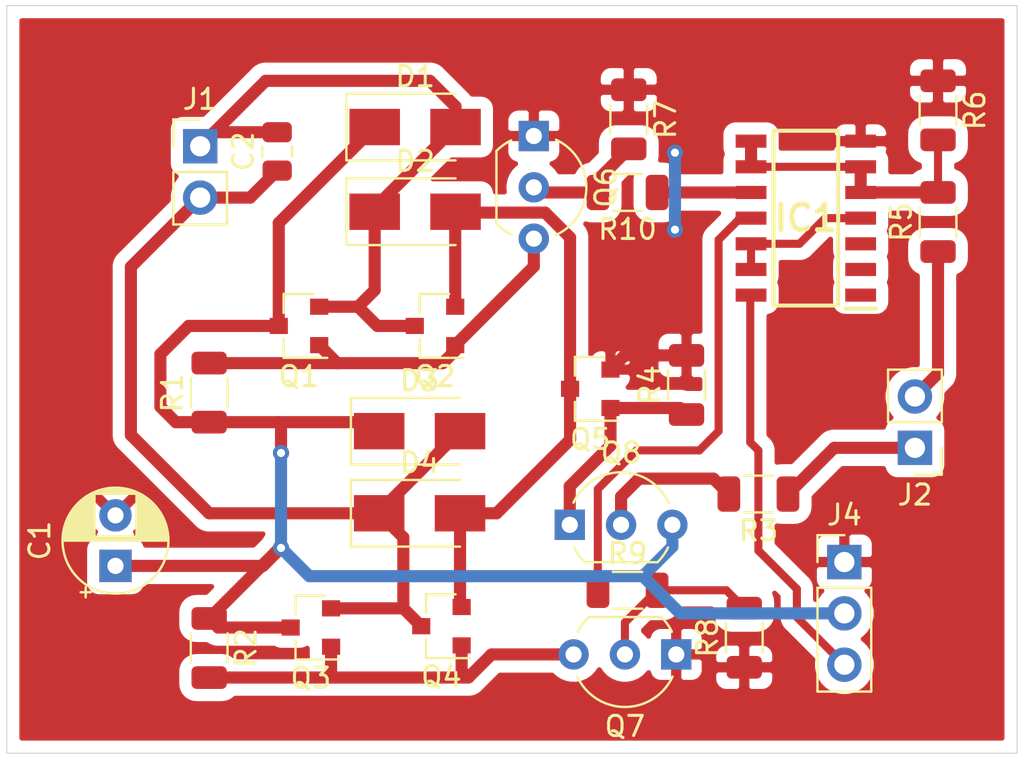
<source format=kicad_pcb>
(kicad_pcb (version 20171130) (host pcbnew 5.1.7-a382d34a8~87~ubuntu20.04.1)

  (general
    (thickness 1.6)
    (drawings 4)
    (tracks 141)
    (zones 0)
    (modules 28)
    (nets 22)
  )

  (page A4)
  (layers
    (0 F.Cu signal)
    (31 B.Cu signal)
    (32 B.Adhes user)
    (33 F.Adhes user)
    (34 B.Paste user)
    (35 F.Paste user)
    (36 B.SilkS user)
    (37 F.SilkS user)
    (38 B.Mask user)
    (39 F.Mask user)
    (40 Dwgs.User user)
    (41 Cmts.User user)
    (42 Eco1.User user)
    (43 Eco2.User user)
    (44 Edge.Cuts user)
    (45 Margin user)
    (46 B.CrtYd user)
    (47 F.CrtYd user)
    (48 B.Fab user)
    (49 F.Fab user)
  )

  (setup
    (last_trace_width 0.4)
    (user_trace_width 0.4)
    (user_trace_width 0.6)
    (trace_clearance 0.2)
    (zone_clearance 0.6)
    (zone_45_only no)
    (trace_min 0.2)
    (via_size 0.8)
    (via_drill 0.4)
    (via_min_size 0.4)
    (via_min_drill 0.3)
    (uvia_size 0.3)
    (uvia_drill 0.1)
    (uvias_allowed no)
    (uvia_min_size 0.2)
    (uvia_min_drill 0.1)
    (edge_width 0.05)
    (segment_width 0.2)
    (pcb_text_width 0.3)
    (pcb_text_size 1.5 1.5)
    (mod_edge_width 0.12)
    (mod_text_size 1 1)
    (mod_text_width 0.15)
    (pad_size 1.524 1.524)
    (pad_drill 0.762)
    (pad_to_mask_clearance 0)
    (aux_axis_origin 0 0)
    (visible_elements FFFFFF7F)
    (pcbplotparams
      (layerselection 0x00000_7fffffff)
      (usegerberextensions false)
      (usegerberattributes true)
      (usegerberadvancedattributes true)
      (creategerberjobfile true)
      (excludeedgelayer true)
      (linewidth 0.100000)
      (plotframeref false)
      (viasonmask false)
      (mode 1)
      (useauxorigin false)
      (hpglpennumber 1)
      (hpglpenspeed 20)
      (hpglpendiameter 15.000000)
      (psnegative false)
      (psa4output false)
      (plotreference true)
      (plotvalue true)
      (plotinvisibletext false)
      (padsonsilk false)
      (subtractmaskfromsilk false)
      (outputformat 1)
      (mirror false)
      (drillshape 0)
      (scaleselection 1)
      (outputdirectory ""))
  )

  (net 0 "")
  (net 1 GND)
  (net 2 +12V)
  (net 3 "Net-(C2-Pad2)")
  (net 4 "Net-(C2-Pad1)")
  (net 5 "Net-(D2-Pad2)")
  (net 6 Dir)
  (net 7 En)
  (net 8 "Net-(Q1-Pad1)")
  (net 9 "Net-(Q3-Pad1)")
  (net 10 "Net-(Q5-Pad1)")
  (net 11 Gate1)
  (net 12 Gate2)
  (net 13 "Net-(Q8-Pad2)")
  (net 14 +5V)
  (net 15 "Net-(IC1-Pad12)")
  (net 16 "Net-(IC1-Pad5)")
  (net 17 "Net-(IC1-Pad3)")
  (net 18 "Net-(IC1-Pad2)")
  (net 19 "Net-(IC1-Pad1)")
  (net 20 "Net-(IC1-Pad11)")
  (net 21 "Net-(IC1-Pad10)")

  (net_class Default "This is the default net class."
    (clearance 0.2)
    (trace_width 0.25)
    (via_dia 0.8)
    (via_drill 0.4)
    (uvia_dia 0.3)
    (uvia_drill 0.1)
    (add_net +12V)
    (add_net +5V)
    (add_net Dir)
    (add_net En)
    (add_net GND)
    (add_net Gate1)
    (add_net Gate2)
    (add_net "Net-(C2-Pad1)")
    (add_net "Net-(C2-Pad2)")
    (add_net "Net-(D2-Pad2)")
    (add_net "Net-(IC1-Pad1)")
    (add_net "Net-(IC1-Pad10)")
    (add_net "Net-(IC1-Pad11)")
    (add_net "Net-(IC1-Pad12)")
    (add_net "Net-(IC1-Pad2)")
    (add_net "Net-(IC1-Pad3)")
    (add_net "Net-(IC1-Pad5)")
    (add_net "Net-(Q1-Pad1)")
    (add_net "Net-(Q3-Pad1)")
    (add_net "Net-(Q5-Pad1)")
    (add_net "Net-(Q8-Pad2)")
  )

  (module Resistor_SMD:R_1206_3216Metric (layer F.Cu) (tedit 5F68FEEE) (tstamp 5F9F33B4)
    (at 160.7205 87.249 180)
    (descr "Resistor SMD 1206 (3216 Metric), square (rectangular) end terminal, IPC_7351 nominal, (Body size source: IPC-SM-782 page 72, https://www.pcb-3d.com/wordpress/wp-content/uploads/ipc-sm-782a_amendment_1_and_2.pdf), generated with kicad-footprint-generator")
    (tags resistor)
    (path /5FA9CE63)
    (attr smd)
    (fp_text reference R10 (at 0 -1.82) (layer F.SilkS)
      (effects (font (size 1 1) (thickness 0.15)))
    )
    (fp_text value 2.2k (at 0 1.82) (layer F.Fab)
      (effects (font (size 1 1) (thickness 0.15)))
    )
    (fp_text user %R (at 0 0) (layer F.Fab)
      (effects (font (size 0.8 0.8) (thickness 0.12)))
    )
    (fp_line (start -1.6 0.8) (end -1.6 -0.8) (layer F.Fab) (width 0.1))
    (fp_line (start -1.6 -0.8) (end 1.6 -0.8) (layer F.Fab) (width 0.1))
    (fp_line (start 1.6 -0.8) (end 1.6 0.8) (layer F.Fab) (width 0.1))
    (fp_line (start 1.6 0.8) (end -1.6 0.8) (layer F.Fab) (width 0.1))
    (fp_line (start -0.727064 -0.91) (end 0.727064 -0.91) (layer F.SilkS) (width 0.12))
    (fp_line (start -0.727064 0.91) (end 0.727064 0.91) (layer F.SilkS) (width 0.12))
    (fp_line (start -2.28 1.12) (end -2.28 -1.12) (layer F.CrtYd) (width 0.05))
    (fp_line (start -2.28 -1.12) (end 2.28 -1.12) (layer F.CrtYd) (width 0.05))
    (fp_line (start 2.28 -1.12) (end 2.28 1.12) (layer F.CrtYd) (width 0.05))
    (fp_line (start 2.28 1.12) (end -2.28 1.12) (layer F.CrtYd) (width 0.05))
    (pad 2 smd roundrect (at 1.4625 0 180) (size 1.125 1.75) (layers F.Cu F.Paste F.Mask) (roundrect_rratio 0.222222)
      (net 11 Gate1))
    (pad 1 smd roundrect (at -1.4625 0 180) (size 1.125 1.75) (layers F.Cu F.Paste F.Mask) (roundrect_rratio 0.222222)
      (net 21 "Net-(IC1-Pad10)"))
    (model ${KISYS3DMOD}/Resistor_SMD.3dshapes/R_1206_3216Metric.wrl
      (at (xyz 0 0 0))
      (scale (xyz 1 1 1))
      (rotate (xyz 0 0 0))
    )
  )

  (module Resistor_SMD:R_1206_3216Metric (layer F.Cu) (tedit 5F68FEEE) (tstamp 5F9F33A3)
    (at 160.7205 106.934)
    (descr "Resistor SMD 1206 (3216 Metric), square (rectangular) end terminal, IPC_7351 nominal, (Body size source: IPC-SM-782 page 72, https://www.pcb-3d.com/wordpress/wp-content/uploads/ipc-sm-782a_amendment_1_and_2.pdf), generated with kicad-footprint-generator")
    (tags resistor)
    (path /5FA98D3E)
    (attr smd)
    (fp_text reference R9 (at 0 -1.82) (layer F.SilkS)
      (effects (font (size 1 1) (thickness 0.15)))
    )
    (fp_text value 2.2k (at 0 1.82) (layer F.Fab)
      (effects (font (size 1 1) (thickness 0.15)))
    )
    (fp_text user %R (at 0 0) (layer F.Fab)
      (effects (font (size 0.8 0.8) (thickness 0.12)))
    )
    (fp_line (start -1.6 0.8) (end -1.6 -0.8) (layer F.Fab) (width 0.1))
    (fp_line (start -1.6 -0.8) (end 1.6 -0.8) (layer F.Fab) (width 0.1))
    (fp_line (start 1.6 -0.8) (end 1.6 0.8) (layer F.Fab) (width 0.1))
    (fp_line (start 1.6 0.8) (end -1.6 0.8) (layer F.Fab) (width 0.1))
    (fp_line (start -0.727064 -0.91) (end 0.727064 -0.91) (layer F.SilkS) (width 0.12))
    (fp_line (start -0.727064 0.91) (end 0.727064 0.91) (layer F.SilkS) (width 0.12))
    (fp_line (start -2.28 1.12) (end -2.28 -1.12) (layer F.CrtYd) (width 0.05))
    (fp_line (start -2.28 -1.12) (end 2.28 -1.12) (layer F.CrtYd) (width 0.05))
    (fp_line (start 2.28 -1.12) (end 2.28 1.12) (layer F.CrtYd) (width 0.05))
    (fp_line (start 2.28 1.12) (end -2.28 1.12) (layer F.CrtYd) (width 0.05))
    (pad 2 smd roundrect (at 1.4625 0) (size 1.125 1.75) (layers F.Cu F.Paste F.Mask) (roundrect_rratio 0.222222)
      (net 12 Gate2))
    (pad 1 smd roundrect (at -1.4625 0) (size 1.125 1.75) (layers F.Cu F.Paste F.Mask) (roundrect_rratio 0.222222)
      (net 20 "Net-(IC1-Pad11)"))
    (model ${KISYS3DMOD}/Resistor_SMD.3dshapes/R_1206_3216Metric.wrl
      (at (xyz 0 0 0))
      (scale (xyz 1 1 1))
      (rotate (xyz 0 0 0))
    )
  )

  (module Resistor_SMD:R_1206_3216Metric (layer F.Cu) (tedit 5F68FEEE) (tstamp 5F9F01D9)
    (at 166.497 109.2835 90)
    (descr "Resistor SMD 1206 (3216 Metric), square (rectangular) end terminal, IPC_7351 nominal, (Body size source: IPC-SM-782 page 72, https://www.pcb-3d.com/wordpress/wp-content/uploads/ipc-sm-782a_amendment_1_and_2.pdf), generated with kicad-footprint-generator")
    (tags resistor)
    (path /5FA77753)
    (attr smd)
    (fp_text reference R8 (at 0 -1.82 90) (layer F.SilkS)
      (effects (font (size 1 1) (thickness 0.15)))
    )
    (fp_text value 10k (at 0 1.82 90) (layer F.Fab)
      (effects (font (size 1 1) (thickness 0.15)))
    )
    (fp_text user %R (at 0 0 90) (layer F.Fab)
      (effects (font (size 0.8 0.8) (thickness 0.12)))
    )
    (fp_line (start -1.6 0.8) (end -1.6 -0.8) (layer F.Fab) (width 0.1))
    (fp_line (start -1.6 -0.8) (end 1.6 -0.8) (layer F.Fab) (width 0.1))
    (fp_line (start 1.6 -0.8) (end 1.6 0.8) (layer F.Fab) (width 0.1))
    (fp_line (start 1.6 0.8) (end -1.6 0.8) (layer F.Fab) (width 0.1))
    (fp_line (start -0.727064 -0.91) (end 0.727064 -0.91) (layer F.SilkS) (width 0.12))
    (fp_line (start -0.727064 0.91) (end 0.727064 0.91) (layer F.SilkS) (width 0.12))
    (fp_line (start -2.28 1.12) (end -2.28 -1.12) (layer F.CrtYd) (width 0.05))
    (fp_line (start -2.28 -1.12) (end 2.28 -1.12) (layer F.CrtYd) (width 0.05))
    (fp_line (start 2.28 -1.12) (end 2.28 1.12) (layer F.CrtYd) (width 0.05))
    (fp_line (start 2.28 1.12) (end -2.28 1.12) (layer F.CrtYd) (width 0.05))
    (pad 2 smd roundrect (at 1.4625 0 90) (size 1.125 1.75) (layers F.Cu F.Paste F.Mask) (roundrect_rratio 0.222222)
      (net 12 Gate2))
    (pad 1 smd roundrect (at -1.4625 0 90) (size 1.125 1.75) (layers F.Cu F.Paste F.Mask) (roundrect_rratio 0.222222)
      (net 1 GND))
    (model ${KISYS3DMOD}/Resistor_SMD.3dshapes/R_1206_3216Metric.wrl
      (at (xyz 0 0 0))
      (scale (xyz 1 1 1))
      (rotate (xyz 0 0 0))
    )
  )

  (module Resistor_SMD:R_1206_3216Metric (layer F.Cu) (tedit 5F68FEEE) (tstamp 5F9F01C8)
    (at 160.782 83.6275 270)
    (descr "Resistor SMD 1206 (3216 Metric), square (rectangular) end terminal, IPC_7351 nominal, (Body size source: IPC-SM-782 page 72, https://www.pcb-3d.com/wordpress/wp-content/uploads/ipc-sm-782a_amendment_1_and_2.pdf), generated with kicad-footprint-generator")
    (tags resistor)
    (path /5FA758B0)
    (attr smd)
    (fp_text reference R7 (at 0 -1.82 90) (layer F.SilkS)
      (effects (font (size 1 1) (thickness 0.15)))
    )
    (fp_text value 10k (at 0 1.82 90) (layer F.Fab)
      (effects (font (size 1 1) (thickness 0.15)))
    )
    (fp_text user %R (at 0 0 90) (layer F.Fab)
      (effects (font (size 0.8 0.8) (thickness 0.12)))
    )
    (fp_line (start -1.6 0.8) (end -1.6 -0.8) (layer F.Fab) (width 0.1))
    (fp_line (start -1.6 -0.8) (end 1.6 -0.8) (layer F.Fab) (width 0.1))
    (fp_line (start 1.6 -0.8) (end 1.6 0.8) (layer F.Fab) (width 0.1))
    (fp_line (start 1.6 0.8) (end -1.6 0.8) (layer F.Fab) (width 0.1))
    (fp_line (start -0.727064 -0.91) (end 0.727064 -0.91) (layer F.SilkS) (width 0.12))
    (fp_line (start -0.727064 0.91) (end 0.727064 0.91) (layer F.SilkS) (width 0.12))
    (fp_line (start -2.28 1.12) (end -2.28 -1.12) (layer F.CrtYd) (width 0.05))
    (fp_line (start -2.28 -1.12) (end 2.28 -1.12) (layer F.CrtYd) (width 0.05))
    (fp_line (start 2.28 -1.12) (end 2.28 1.12) (layer F.CrtYd) (width 0.05))
    (fp_line (start 2.28 1.12) (end -2.28 1.12) (layer F.CrtYd) (width 0.05))
    (pad 2 smd roundrect (at 1.4625 0 270) (size 1.125 1.75) (layers F.Cu F.Paste F.Mask) (roundrect_rratio 0.222222)
      (net 11 Gate1))
    (pad 1 smd roundrect (at -1.4625 0 270) (size 1.125 1.75) (layers F.Cu F.Paste F.Mask) (roundrect_rratio 0.222222)
      (net 1 GND))
    (model ${KISYS3DMOD}/Resistor_SMD.3dshapes/R_1206_3216Metric.wrl
      (at (xyz 0 0 0))
      (scale (xyz 1 1 1))
      (rotate (xyz 0 0 0))
    )
  )

  (module Resistor_SMD:R_1206_3216Metric (layer F.Cu) (tedit 5F68FEEE) (tstamp 5F9F01B7)
    (at 176.0855 83.185 270)
    (descr "Resistor SMD 1206 (3216 Metric), square (rectangular) end terminal, IPC_7351 nominal, (Body size source: IPC-SM-782 page 72, https://www.pcb-3d.com/wordpress/wp-content/uploads/ipc-sm-782a_amendment_1_and_2.pdf), generated with kicad-footprint-generator")
    (tags resistor)
    (path /5FA879FF)
    (attr smd)
    (fp_text reference R6 (at 0 -1.82 90) (layer F.SilkS)
      (effects (font (size 1 1) (thickness 0.15)))
    )
    (fp_text value 10k (at 0 1.82 90) (layer F.Fab)
      (effects (font (size 1 1) (thickness 0.15)))
    )
    (fp_text user %R (at 0 0 90) (layer F.Fab)
      (effects (font (size 0.8 0.8) (thickness 0.12)))
    )
    (fp_line (start -1.6 0.8) (end -1.6 -0.8) (layer F.Fab) (width 0.1))
    (fp_line (start -1.6 -0.8) (end 1.6 -0.8) (layer F.Fab) (width 0.1))
    (fp_line (start 1.6 -0.8) (end 1.6 0.8) (layer F.Fab) (width 0.1))
    (fp_line (start 1.6 0.8) (end -1.6 0.8) (layer F.Fab) (width 0.1))
    (fp_line (start -0.727064 -0.91) (end 0.727064 -0.91) (layer F.SilkS) (width 0.12))
    (fp_line (start -0.727064 0.91) (end 0.727064 0.91) (layer F.SilkS) (width 0.12))
    (fp_line (start -2.28 1.12) (end -2.28 -1.12) (layer F.CrtYd) (width 0.05))
    (fp_line (start -2.28 -1.12) (end 2.28 -1.12) (layer F.CrtYd) (width 0.05))
    (fp_line (start 2.28 -1.12) (end 2.28 1.12) (layer F.CrtYd) (width 0.05))
    (fp_line (start 2.28 1.12) (end -2.28 1.12) (layer F.CrtYd) (width 0.05))
    (pad 2 smd roundrect (at 1.4625 0 270) (size 1.125 1.75) (layers F.Cu F.Paste F.Mask) (roundrect_rratio 0.222222)
      (net 16 "Net-(IC1-Pad5)"))
    (pad 1 smd roundrect (at -1.4625 0 270) (size 1.125 1.75) (layers F.Cu F.Paste F.Mask) (roundrect_rratio 0.222222)
      (net 1 GND))
    (model ${KISYS3DMOD}/Resistor_SMD.3dshapes/R_1206_3216Metric.wrl
      (at (xyz 0 0 0))
      (scale (xyz 1 1 1))
      (rotate (xyz 0 0 0))
    )
  )

  (module Package_TO_SOT_SMD:SOT-23 (layer F.Cu) (tedit 5A02FF57) (tstamp 5F95528D)
    (at 144.4625 93.853 180)
    (descr "SOT-23, Standard")
    (tags SOT-23)
    (path /5F956104)
    (attr smd)
    (fp_text reference Q1 (at 0 -2.5) (layer F.SilkS)
      (effects (font (size 1 1) (thickness 0.15)))
    )
    (fp_text value AO3401A (at 0 2.5) (layer F.Fab)
      (effects (font (size 1 1) (thickness 0.15)))
    )
    (fp_line (start 0.76 1.58) (end -0.7 1.58) (layer F.SilkS) (width 0.12))
    (fp_line (start 0.76 -1.58) (end -1.4 -1.58) (layer F.SilkS) (width 0.12))
    (fp_line (start -1.7 1.75) (end -1.7 -1.75) (layer F.CrtYd) (width 0.05))
    (fp_line (start 1.7 1.75) (end -1.7 1.75) (layer F.CrtYd) (width 0.05))
    (fp_line (start 1.7 -1.75) (end 1.7 1.75) (layer F.CrtYd) (width 0.05))
    (fp_line (start -1.7 -1.75) (end 1.7 -1.75) (layer F.CrtYd) (width 0.05))
    (fp_line (start 0.76 -1.58) (end 0.76 -0.65) (layer F.SilkS) (width 0.12))
    (fp_line (start 0.76 1.58) (end 0.76 0.65) (layer F.SilkS) (width 0.12))
    (fp_line (start -0.7 1.52) (end 0.7 1.52) (layer F.Fab) (width 0.1))
    (fp_line (start 0.7 -1.52) (end 0.7 1.52) (layer F.Fab) (width 0.1))
    (fp_line (start -0.7 -0.95) (end -0.15 -1.52) (layer F.Fab) (width 0.1))
    (fp_line (start -0.15 -1.52) (end 0.7 -1.52) (layer F.Fab) (width 0.1))
    (fp_line (start -0.7 -0.95) (end -0.7 1.5) (layer F.Fab) (width 0.1))
    (fp_text user %R (at 0 0 90) (layer F.Fab)
      (effects (font (size 0.5 0.5) (thickness 0.075)))
    )
    (pad 3 smd rect (at 1 0 180) (size 0.9 0.8) (layers F.Cu F.Paste F.Mask)
      (net 2 +12V))
    (pad 2 smd rect (at -1 0.95 180) (size 0.9 0.8) (layers F.Cu F.Paste F.Mask)
      (net 3 "Net-(C2-Pad2)"))
    (pad 1 smd rect (at -1 -0.95 180) (size 0.9 0.8) (layers F.Cu F.Paste F.Mask)
      (net 8 "Net-(Q1-Pad1)"))
    (model ${KISYS3DMOD}/Package_TO_SOT_SMD.3dshapes/SOT-23.wrl
      (at (xyz 0 0 0))
      (scale (xyz 1 1 1))
      (rotate (xyz 0 0 0))
    )
  )

  (module Package_TO_SOT_THT:TO-92_Inline_Wide (layer F.Cu) (tedit 5A02FF81) (tstamp 5F9BC5A7)
    (at 156.083 84.455 270)
    (descr "TO-92 leads in-line, wide, drill 0.75mm (see NXP sot054_po.pdf)")
    (tags "to-92 sc-43 sc-43a sot54 PA33 transistor")
    (path /5F958AC1)
    (fp_text reference Q6 (at 2.54 -3.56 90) (layer F.SilkS)
      (effects (font (size 1 1) (thickness 0.15)))
    )
    (fp_text value 2N3904 (at 2.54 2.79 90) (layer F.Fab)
      (effects (font (size 1 1) (thickness 0.15)))
    )
    (fp_line (start 0.74 1.85) (end 4.34 1.85) (layer F.SilkS) (width 0.12))
    (fp_line (start 0.8 1.75) (end 4.3 1.75) (layer F.Fab) (width 0.1))
    (fp_line (start -1.01 -2.73) (end 6.09 -2.73) (layer F.CrtYd) (width 0.05))
    (fp_line (start -1.01 -2.73) (end -1.01 2.01) (layer F.CrtYd) (width 0.05))
    (fp_line (start 6.09 2.01) (end 6.09 -2.73) (layer F.CrtYd) (width 0.05))
    (fp_line (start 6.09 2.01) (end -1.01 2.01) (layer F.CrtYd) (width 0.05))
    (fp_arc (start 2.54 0) (end 4.34 1.85) (angle -20) (layer F.SilkS) (width 0.12))
    (fp_arc (start 2.54 0) (end 2.54 -2.48) (angle -135) (layer F.Fab) (width 0.1))
    (fp_arc (start 2.54 0) (end 2.54 -2.48) (angle 135) (layer F.Fab) (width 0.1))
    (fp_arc (start 2.54 0) (end 2.54 -2.6) (angle 65) (layer F.SilkS) (width 0.12))
    (fp_arc (start 2.54 0) (end 2.54 -2.6) (angle -65) (layer F.SilkS) (width 0.12))
    (fp_arc (start 2.54 0) (end 0.74 1.85) (angle 20) (layer F.SilkS) (width 0.12))
    (fp_text user %R (at 2.54 0 90) (layer F.Fab)
      (effects (font (size 1 1) (thickness 0.15)))
    )
    (pad 1 thru_hole rect (at 0 0 270) (size 1.5 1.5) (drill 0.8) (layers *.Cu *.Mask)
      (net 1 GND))
    (pad 3 thru_hole circle (at 5.08 0 270) (size 1.5 1.5) (drill 0.8) (layers *.Cu *.Mask)
      (net 8 "Net-(Q1-Pad1)"))
    (pad 2 thru_hole circle (at 2.54 0 270) (size 1.5 1.5) (drill 0.8) (layers *.Cu *.Mask)
      (net 11 Gate1))
    (model ${KISYS3DMOD}/Package_TO_SOT_THT.3dshapes/TO-92_Inline_Wide.wrl
      (at (xyz 0 0 0))
      (scale (xyz 1 1 1))
      (rotate (xyz 0 0 0))
    )
  )

  (module Custom:SOIC127P600X175-14N (layer F.Cu) (tedit 0) (tstamp 5F9CCBA5)
    (at 169.545 88.519 180)
    (descr "SOIC (14)")
    (tags "Integrated Circuit")
    (path /5F9FA56B)
    (attr smd)
    (fp_text reference IC1 (at 0 0) (layer F.SilkS)
      (effects (font (size 1.27 1.27) (thickness 0.254)))
    )
    (fp_text value CD4011BM96 (at 0 0) (layer F.SilkS) hide
      (effects (font (size 1.27 1.27) (thickness 0.254)))
    )
    (fp_line (start -3.475 -4.485) (end -1.95 -4.485) (layer F.SilkS) (width 0.2))
    (fp_line (start -1.6 4.325) (end -1.6 -4.325) (layer F.SilkS) (width 0.2))
    (fp_line (start 1.6 4.325) (end -1.6 4.325) (layer F.SilkS) (width 0.2))
    (fp_line (start 1.6 -4.325) (end 1.6 4.325) (layer F.SilkS) (width 0.2))
    (fp_line (start -1.6 -4.325) (end 1.6 -4.325) (layer F.SilkS) (width 0.2))
    (fp_line (start -1.95 -3.055) (end -0.68 -4.325) (layer F.Fab) (width 0.1))
    (fp_line (start -1.95 4.325) (end -1.95 -4.325) (layer F.Fab) (width 0.1))
    (fp_line (start 1.95 4.325) (end -1.95 4.325) (layer F.Fab) (width 0.1))
    (fp_line (start 1.95 -4.325) (end 1.95 4.325) (layer F.Fab) (width 0.1))
    (fp_line (start -1.95 -4.325) (end 1.95 -4.325) (layer F.Fab) (width 0.1))
    (fp_line (start -3.725 4.625) (end -3.725 -4.625) (layer F.CrtYd) (width 0.05))
    (fp_line (start 3.725 4.625) (end -3.725 4.625) (layer F.CrtYd) (width 0.05))
    (fp_line (start 3.725 -4.625) (end 3.725 4.625) (layer F.CrtYd) (width 0.05))
    (fp_line (start -3.725 -4.625) (end 3.725 -4.625) (layer F.CrtYd) (width 0.05))
    (fp_text user %R (at 0 0) (layer F.Fab)
      (effects (font (size 1.27 1.27) (thickness 0.254)))
    )
    (pad 14 smd rect (at 2.712 -3.81 270) (size 0.65 1.525) (layers F.Cu F.Paste F.Mask)
      (net 14 +5V))
    (pad 13 smd rect (at 2.712 -2.54 270) (size 0.65 1.525) (layers F.Cu F.Paste F.Mask)
      (net 15 "Net-(IC1-Pad12)"))
    (pad 12 smd rect (at 2.712 -1.27 270) (size 0.65 1.525) (layers F.Cu F.Paste F.Mask)
      (net 15 "Net-(IC1-Pad12)"))
    (pad 11 smd rect (at 2.712 0 270) (size 0.65 1.525) (layers F.Cu F.Paste F.Mask)
      (net 20 "Net-(IC1-Pad11)"))
    (pad 10 smd rect (at 2.712 1.27 270) (size 0.65 1.525) (layers F.Cu F.Paste F.Mask)
      (net 21 "Net-(IC1-Pad10)"))
    (pad 9 smd rect (at 2.712 2.54 270) (size 0.65 1.525) (layers F.Cu F.Paste F.Mask)
      (net 16 "Net-(IC1-Pad5)"))
    (pad 8 smd rect (at 2.712 3.81 270) (size 0.65 1.525) (layers F.Cu F.Paste F.Mask)
      (net 16 "Net-(IC1-Pad5)"))
    (pad 7 smd rect (at -2.712 3.81 270) (size 0.65 1.525) (layers F.Cu F.Paste F.Mask)
      (net 1 GND))
    (pad 6 smd rect (at -2.712 2.54 270) (size 0.65 1.525) (layers F.Cu F.Paste F.Mask)
      (net 16 "Net-(IC1-Pad5)"))
    (pad 5 smd rect (at -2.712 1.27 270) (size 0.65 1.525) (layers F.Cu F.Paste F.Mask)
      (net 16 "Net-(IC1-Pad5)"))
    (pad 4 smd rect (at -2.712 0 270) (size 0.65 1.525) (layers F.Cu F.Paste F.Mask)
      (net 15 "Net-(IC1-Pad12)"))
    (pad 3 smd rect (at -2.712 -1.27 270) (size 0.65 1.525) (layers F.Cu F.Paste F.Mask)
      (net 17 "Net-(IC1-Pad3)"))
    (pad 2 smd rect (at -2.712 -2.54 270) (size 0.65 1.525) (layers F.Cu F.Paste F.Mask)
      (net 18 "Net-(IC1-Pad2)"))
    (pad 1 smd rect (at -2.712 -3.81 270) (size 0.65 1.525) (layers F.Cu F.Paste F.Mask)
      (net 19 "Net-(IC1-Pad1)"))
    (model CD4011BM96.stp
      (at (xyz 0 0 0))
      (scale (xyz 1 1 1))
      (rotate (xyz 0 0 0))
    )
  )

  (module Package_TO_SOT_THT:TO-92_Inline_Wide (layer F.Cu) (tedit 5A02FF81) (tstamp 5F9BC5CF)
    (at 157.861 103.6955)
    (descr "TO-92 leads in-line, wide, drill 0.75mm (see NXP sot054_po.pdf)")
    (tags "to-92 sc-43 sc-43a sot54 PA33 transistor")
    (path /5F99B78F)
    (fp_text reference Q8 (at 2.54 -3.56) (layer F.SilkS)
      (effects (font (size 1 1) (thickness 0.15)))
    )
    (fp_text value 2N3904 (at 2.54 2.79) (layer F.Fab)
      (effects (font (size 1 1) (thickness 0.15)))
    )
    (fp_line (start 0.74 1.85) (end 4.34 1.85) (layer F.SilkS) (width 0.12))
    (fp_line (start 0.8 1.75) (end 4.3 1.75) (layer F.Fab) (width 0.1))
    (fp_line (start -1.01 -2.73) (end 6.09 -2.73) (layer F.CrtYd) (width 0.05))
    (fp_line (start -1.01 -2.73) (end -1.01 2.01) (layer F.CrtYd) (width 0.05))
    (fp_line (start 6.09 2.01) (end 6.09 -2.73) (layer F.CrtYd) (width 0.05))
    (fp_line (start 6.09 2.01) (end -1.01 2.01) (layer F.CrtYd) (width 0.05))
    (fp_arc (start 2.54 0) (end 4.34 1.85) (angle -20) (layer F.SilkS) (width 0.12))
    (fp_arc (start 2.54 0) (end 2.54 -2.48) (angle -135) (layer F.Fab) (width 0.1))
    (fp_arc (start 2.54 0) (end 2.54 -2.48) (angle 135) (layer F.Fab) (width 0.1))
    (fp_arc (start 2.54 0) (end 2.54 -2.6) (angle 65) (layer F.SilkS) (width 0.12))
    (fp_arc (start 2.54 0) (end 2.54 -2.6) (angle -65) (layer F.SilkS) (width 0.12))
    (fp_arc (start 2.54 0) (end 0.74 1.85) (angle 20) (layer F.SilkS) (width 0.12))
    (fp_text user %R (at 2.54 0) (layer F.Fab)
      (effects (font (size 1 1) (thickness 0.15)))
    )
    (pad 1 thru_hole rect (at 0 0) (size 1.5 1.5) (drill 0.8) (layers *.Cu *.Mask)
      (net 10 "Net-(Q5-Pad1)"))
    (pad 3 thru_hole circle (at 5.08 0) (size 1.5 1.5) (drill 0.8) (layers *.Cu *.Mask)
      (net 2 +12V))
    (pad 2 thru_hole circle (at 2.54 0) (size 1.5 1.5) (drill 0.8) (layers *.Cu *.Mask)
      (net 13 "Net-(Q8-Pad2)"))
    (model ${KISYS3DMOD}/Package_TO_SOT_THT.3dshapes/TO-92_Inline_Wide.wrl
      (at (xyz 0 0 0))
      (scale (xyz 1 1 1))
      (rotate (xyz 0 0 0))
    )
  )

  (module Package_TO_SOT_THT:TO-92_Inline_Wide (layer F.Cu) (tedit 5A02FF81) (tstamp 5F9BC5BB)
    (at 163.1315 110.109 180)
    (descr "TO-92 leads in-line, wide, drill 0.75mm (see NXP sot054_po.pdf)")
    (tags "to-92 sc-43 sc-43a sot54 PA33 transistor")
    (path /5F98C840)
    (fp_text reference Q7 (at 2.54 -3.56) (layer F.SilkS)
      (effects (font (size 1 1) (thickness 0.15)))
    )
    (fp_text value 2N3904 (at 2.54 2.79) (layer F.Fab)
      (effects (font (size 1 1) (thickness 0.15)))
    )
    (fp_line (start 0.74 1.85) (end 4.34 1.85) (layer F.SilkS) (width 0.12))
    (fp_line (start 0.8 1.75) (end 4.3 1.75) (layer F.Fab) (width 0.1))
    (fp_line (start -1.01 -2.73) (end 6.09 -2.73) (layer F.CrtYd) (width 0.05))
    (fp_line (start -1.01 -2.73) (end -1.01 2.01) (layer F.CrtYd) (width 0.05))
    (fp_line (start 6.09 2.01) (end 6.09 -2.73) (layer F.CrtYd) (width 0.05))
    (fp_line (start 6.09 2.01) (end -1.01 2.01) (layer F.CrtYd) (width 0.05))
    (fp_arc (start 2.54 0) (end 4.34 1.85) (angle -20) (layer F.SilkS) (width 0.12))
    (fp_arc (start 2.54 0) (end 2.54 -2.48) (angle -135) (layer F.Fab) (width 0.1))
    (fp_arc (start 2.54 0) (end 2.54 -2.48) (angle 135) (layer F.Fab) (width 0.1))
    (fp_arc (start 2.54 0) (end 2.54 -2.6) (angle 65) (layer F.SilkS) (width 0.12))
    (fp_arc (start 2.54 0) (end 2.54 -2.6) (angle -65) (layer F.SilkS) (width 0.12))
    (fp_arc (start 2.54 0) (end 0.74 1.85) (angle 20) (layer F.SilkS) (width 0.12))
    (fp_text user %R (at 2.54 0) (layer F.Fab)
      (effects (font (size 1 1) (thickness 0.15)))
    )
    (pad 1 thru_hole rect (at 0 0 180) (size 1.5 1.5) (drill 0.8) (layers *.Cu *.Mask)
      (net 1 GND))
    (pad 3 thru_hole circle (at 5.08 0 180) (size 1.5 1.5) (drill 0.8) (layers *.Cu *.Mask)
      (net 9 "Net-(Q3-Pad1)"))
    (pad 2 thru_hole circle (at 2.54 0 180) (size 1.5 1.5) (drill 0.8) (layers *.Cu *.Mask)
      (net 12 Gate2))
    (model ${KISYS3DMOD}/Package_TO_SOT_THT.3dshapes/TO-92_Inline_Wide.wrl
      (at (xyz 0 0 0))
      (scale (xyz 1 1 1))
      (rotate (xyz 0 0 0))
    )
  )

  (module Connector_PinHeader_2.54mm:PinHeader_1x02_P2.54mm_Vertical (layer F.Cu) (tedit 59FED5CC) (tstamp 5F96048B)
    (at 174.9425 99.8855 180)
    (descr "Through hole straight pin header, 1x02, 2.54mm pitch, single row")
    (tags "Through hole pin header THT 1x02 2.54mm single row")
    (path /5F959692)
    (fp_text reference J2 (at 0 -2.33) (layer F.SilkS)
      (effects (font (size 1 1) (thickness 0.15)))
    )
    (fp_text value Motor (at 0 4.87) (layer F.Fab)
      (effects (font (size 1 1) (thickness 0.15)))
    )
    (fp_line (start 1.8 -1.8) (end -1.8 -1.8) (layer F.CrtYd) (width 0.05))
    (fp_line (start 1.8 4.35) (end 1.8 -1.8) (layer F.CrtYd) (width 0.05))
    (fp_line (start -1.8 4.35) (end 1.8 4.35) (layer F.CrtYd) (width 0.05))
    (fp_line (start -1.8 -1.8) (end -1.8 4.35) (layer F.CrtYd) (width 0.05))
    (fp_line (start -1.33 -1.33) (end 0 -1.33) (layer F.SilkS) (width 0.12))
    (fp_line (start -1.33 0) (end -1.33 -1.33) (layer F.SilkS) (width 0.12))
    (fp_line (start -1.33 1.27) (end 1.33 1.27) (layer F.SilkS) (width 0.12))
    (fp_line (start 1.33 1.27) (end 1.33 3.87) (layer F.SilkS) (width 0.12))
    (fp_line (start -1.33 1.27) (end -1.33 3.87) (layer F.SilkS) (width 0.12))
    (fp_line (start -1.33 3.87) (end 1.33 3.87) (layer F.SilkS) (width 0.12))
    (fp_line (start -1.27 -0.635) (end -0.635 -1.27) (layer F.Fab) (width 0.1))
    (fp_line (start -1.27 3.81) (end -1.27 -0.635) (layer F.Fab) (width 0.1))
    (fp_line (start 1.27 3.81) (end -1.27 3.81) (layer F.Fab) (width 0.1))
    (fp_line (start 1.27 -1.27) (end 1.27 3.81) (layer F.Fab) (width 0.1))
    (fp_line (start -0.635 -1.27) (end 1.27 -1.27) (layer F.Fab) (width 0.1))
    (fp_text user %R (at 0 1.27 90) (layer F.Fab)
      (effects (font (size 1 1) (thickness 0.15)))
    )
    (pad 2 thru_hole oval (at 0 2.54 180) (size 1.7 1.7) (drill 1) (layers *.Cu *.Mask)
      (net 6 Dir))
    (pad 1 thru_hole rect (at 0 0 180) (size 1.7 1.7) (drill 1) (layers *.Cu *.Mask)
      (net 7 En))
    (model ${KISYS3DMOD}/Connector_PinHeader_2.54mm.3dshapes/PinHeader_1x02_P2.54mm_Vertical.wrl
      (at (xyz 0 0 0))
      (scale (xyz 1 1 1))
      (rotate (xyz 0 0 0))
    )
  )

  (module Connector_PinHeader_2.54mm:PinHeader_1x03_P2.54mm_Vertical (layer F.Cu) (tedit 59FED5CC) (tstamp 5F95F362)
    (at 171.45 105.537)
    (descr "Through hole straight pin header, 1x03, 2.54mm pitch, single row")
    (tags "Through hole pin header THT 1x03 2.54mm single row")
    (path /5F9C56AB)
    (fp_text reference J4 (at 0 -2.33) (layer F.SilkS)
      (effects (font (size 1 1) (thickness 0.15)))
    )
    (fp_text value Motor (at 0 7.41) (layer F.Fab)
      (effects (font (size 1 1) (thickness 0.15)))
    )
    (fp_line (start 1.8 -1.8) (end -1.8 -1.8) (layer F.CrtYd) (width 0.05))
    (fp_line (start 1.8 6.85) (end 1.8 -1.8) (layer F.CrtYd) (width 0.05))
    (fp_line (start -1.8 6.85) (end 1.8 6.85) (layer F.CrtYd) (width 0.05))
    (fp_line (start -1.8 -1.8) (end -1.8 6.85) (layer F.CrtYd) (width 0.05))
    (fp_line (start -1.33 -1.33) (end 0 -1.33) (layer F.SilkS) (width 0.12))
    (fp_line (start -1.33 0) (end -1.33 -1.33) (layer F.SilkS) (width 0.12))
    (fp_line (start -1.33 1.27) (end 1.33 1.27) (layer F.SilkS) (width 0.12))
    (fp_line (start 1.33 1.27) (end 1.33 6.41) (layer F.SilkS) (width 0.12))
    (fp_line (start -1.33 1.27) (end -1.33 6.41) (layer F.SilkS) (width 0.12))
    (fp_line (start -1.33 6.41) (end 1.33 6.41) (layer F.SilkS) (width 0.12))
    (fp_line (start -1.27 -0.635) (end -0.635 -1.27) (layer F.Fab) (width 0.1))
    (fp_line (start -1.27 6.35) (end -1.27 -0.635) (layer F.Fab) (width 0.1))
    (fp_line (start 1.27 6.35) (end -1.27 6.35) (layer F.Fab) (width 0.1))
    (fp_line (start 1.27 -1.27) (end 1.27 6.35) (layer F.Fab) (width 0.1))
    (fp_line (start -0.635 -1.27) (end 1.27 -1.27) (layer F.Fab) (width 0.1))
    (fp_text user %R (at 0 2.54 90) (layer F.Fab)
      (effects (font (size 1 1) (thickness 0.15)))
    )
    (pad 3 thru_hole oval (at 0 5.08) (size 1.7 1.7) (drill 1) (layers *.Cu *.Mask)
      (net 14 +5V))
    (pad 2 thru_hole oval (at 0 2.54) (size 1.7 1.7) (drill 1) (layers *.Cu *.Mask)
      (net 2 +12V))
    (pad 1 thru_hole rect (at 0 0) (size 1.7 1.7) (drill 1) (layers *.Cu *.Mask)
      (net 1 GND))
    (model ${KISYS3DMOD}/Connector_PinHeader_2.54mm.3dshapes/PinHeader_1x03_P2.54mm_Vertical.wrl
      (at (xyz 0 0 0))
      (scale (xyz 1 1 1))
      (rotate (xyz 0 0 0))
    )
  )

  (module Connector_PinHeader_2.54mm:PinHeader_1x02_P2.54mm_Vertical (layer F.Cu) (tedit 59FED5CC) (tstamp 5F95F307)
    (at 139.573 84.963)
    (descr "Through hole straight pin header, 1x02, 2.54mm pitch, single row")
    (tags "Through hole pin header THT 1x02 2.54mm single row")
    (path /5F955EB4)
    (fp_text reference J1 (at 0 -2.33) (layer F.SilkS)
      (effects (font (size 1 1) (thickness 0.15)))
    )
    (fp_text value Motor (at 0 4.87) (layer F.Fab)
      (effects (font (size 1 1) (thickness 0.15)))
    )
    (fp_line (start 1.8 -1.8) (end -1.8 -1.8) (layer F.CrtYd) (width 0.05))
    (fp_line (start 1.8 4.35) (end 1.8 -1.8) (layer F.CrtYd) (width 0.05))
    (fp_line (start -1.8 4.35) (end 1.8 4.35) (layer F.CrtYd) (width 0.05))
    (fp_line (start -1.8 -1.8) (end -1.8 4.35) (layer F.CrtYd) (width 0.05))
    (fp_line (start -1.33 -1.33) (end 0 -1.33) (layer F.SilkS) (width 0.12))
    (fp_line (start -1.33 0) (end -1.33 -1.33) (layer F.SilkS) (width 0.12))
    (fp_line (start -1.33 1.27) (end 1.33 1.27) (layer F.SilkS) (width 0.12))
    (fp_line (start 1.33 1.27) (end 1.33 3.87) (layer F.SilkS) (width 0.12))
    (fp_line (start -1.33 1.27) (end -1.33 3.87) (layer F.SilkS) (width 0.12))
    (fp_line (start -1.33 3.87) (end 1.33 3.87) (layer F.SilkS) (width 0.12))
    (fp_line (start -1.27 -0.635) (end -0.635 -1.27) (layer F.Fab) (width 0.1))
    (fp_line (start -1.27 3.81) (end -1.27 -0.635) (layer F.Fab) (width 0.1))
    (fp_line (start 1.27 3.81) (end -1.27 3.81) (layer F.Fab) (width 0.1))
    (fp_line (start 1.27 -1.27) (end 1.27 3.81) (layer F.Fab) (width 0.1))
    (fp_line (start -0.635 -1.27) (end 1.27 -1.27) (layer F.Fab) (width 0.1))
    (fp_text user %R (at 0 1.27 90) (layer F.Fab)
      (effects (font (size 1 1) (thickness 0.15)))
    )
    (pad 2 thru_hole oval (at 0 2.54) (size 1.7 1.7) (drill 1) (layers *.Cu *.Mask)
      (net 4 "Net-(C2-Pad1)"))
    (pad 1 thru_hole rect (at 0 0) (size 1.7 1.7) (drill 1) (layers *.Cu *.Mask)
      (net 3 "Net-(C2-Pad2)"))
    (model ${KISYS3DMOD}/Connector_PinHeader_2.54mm.3dshapes/PinHeader_1x02_P2.54mm_Vertical.wrl
      (at (xyz 0 0 0))
      (scale (xyz 1 1 1))
      (rotate (xyz 0 0 0))
    )
  )

  (module Capacitor_SMD:C_0805_2012Metric (layer F.Cu) (tedit 5F68FEEE) (tstamp 5F95F239)
    (at 143.383 85.217 90)
    (descr "Capacitor SMD 0805 (2012 Metric), square (rectangular) end terminal, IPC_7351 nominal, (Body size source: IPC-SM-782 page 76, https://www.pcb-3d.com/wordpress/wp-content/uploads/ipc-sm-782a_amendment_1_and_2.pdf, https://docs.google.com/spreadsheets/d/1BsfQQcO9C6DZCsRaXUlFlo91Tg2WpOkGARC1WS5S8t0/edit?usp=sharing), generated with kicad-footprint-generator")
    (tags capacitor)
    (path /5F9B2D84)
    (attr smd)
    (fp_text reference C2 (at 0 -1.68 90) (layer F.SilkS)
      (effects (font (size 1 1) (thickness 0.15)))
    )
    (fp_text value 0.1u (at 0 1.68 90) (layer F.Fab)
      (effects (font (size 1 1) (thickness 0.15)))
    )
    (fp_line (start 1.7 0.98) (end -1.7 0.98) (layer F.CrtYd) (width 0.05))
    (fp_line (start 1.7 -0.98) (end 1.7 0.98) (layer F.CrtYd) (width 0.05))
    (fp_line (start -1.7 -0.98) (end 1.7 -0.98) (layer F.CrtYd) (width 0.05))
    (fp_line (start -1.7 0.98) (end -1.7 -0.98) (layer F.CrtYd) (width 0.05))
    (fp_line (start -0.261252 0.735) (end 0.261252 0.735) (layer F.SilkS) (width 0.12))
    (fp_line (start -0.261252 -0.735) (end 0.261252 -0.735) (layer F.SilkS) (width 0.12))
    (fp_line (start 1 0.625) (end -1 0.625) (layer F.Fab) (width 0.1))
    (fp_line (start 1 -0.625) (end 1 0.625) (layer F.Fab) (width 0.1))
    (fp_line (start -1 -0.625) (end 1 -0.625) (layer F.Fab) (width 0.1))
    (fp_line (start -1 0.625) (end -1 -0.625) (layer F.Fab) (width 0.1))
    (fp_text user %R (at 0 0 90) (layer F.Fab)
      (effects (font (size 0.5 0.5) (thickness 0.08)))
    )
    (pad 2 smd roundrect (at 0.95 0 90) (size 1 1.45) (layers F.Cu F.Paste F.Mask) (roundrect_rratio 0.25)
      (net 3 "Net-(C2-Pad2)"))
    (pad 1 smd roundrect (at -0.95 0 90) (size 1 1.45) (layers F.Cu F.Paste F.Mask) (roundrect_rratio 0.25)
      (net 4 "Net-(C2-Pad1)"))
    (model ${KISYS3DMOD}/Capacitor_SMD.3dshapes/C_0805_2012Metric.wrl
      (at (xyz 0 0 0))
      (scale (xyz 1 1 1))
      (rotate (xyz 0 0 0))
    )
  )

  (module Capacitor_THT:CP_Radial_D5.0mm_P2.50mm (layer F.Cu) (tedit 5AE50EF0) (tstamp 5F95F228)
    (at 135.382 105.7275 90)
    (descr "CP, Radial series, Radial, pin pitch=2.50mm, , diameter=5mm, Electrolytic Capacitor")
    (tags "CP Radial series Radial pin pitch 2.50mm  diameter 5mm Electrolytic Capacitor")
    (path /5F9B1CFA)
    (fp_text reference C1 (at 1.25 -3.75 90) (layer F.SilkS)
      (effects (font (size 1 1) (thickness 0.15)))
    )
    (fp_text value 1000u (at 1.25 3.75 90) (layer F.Fab)
      (effects (font (size 1 1) (thickness 0.15)))
    )
    (fp_line (start -1.304775 -1.725) (end -1.304775 -1.225) (layer F.SilkS) (width 0.12))
    (fp_line (start -1.554775 -1.475) (end -1.054775 -1.475) (layer F.SilkS) (width 0.12))
    (fp_line (start 3.851 -0.284) (end 3.851 0.284) (layer F.SilkS) (width 0.12))
    (fp_line (start 3.811 -0.518) (end 3.811 0.518) (layer F.SilkS) (width 0.12))
    (fp_line (start 3.771 -0.677) (end 3.771 0.677) (layer F.SilkS) (width 0.12))
    (fp_line (start 3.731 -0.805) (end 3.731 0.805) (layer F.SilkS) (width 0.12))
    (fp_line (start 3.691 -0.915) (end 3.691 0.915) (layer F.SilkS) (width 0.12))
    (fp_line (start 3.651 -1.011) (end 3.651 1.011) (layer F.SilkS) (width 0.12))
    (fp_line (start 3.611 -1.098) (end 3.611 1.098) (layer F.SilkS) (width 0.12))
    (fp_line (start 3.571 -1.178) (end 3.571 1.178) (layer F.SilkS) (width 0.12))
    (fp_line (start 3.531 1.04) (end 3.531 1.251) (layer F.SilkS) (width 0.12))
    (fp_line (start 3.531 -1.251) (end 3.531 -1.04) (layer F.SilkS) (width 0.12))
    (fp_line (start 3.491 1.04) (end 3.491 1.319) (layer F.SilkS) (width 0.12))
    (fp_line (start 3.491 -1.319) (end 3.491 -1.04) (layer F.SilkS) (width 0.12))
    (fp_line (start 3.451 1.04) (end 3.451 1.383) (layer F.SilkS) (width 0.12))
    (fp_line (start 3.451 -1.383) (end 3.451 -1.04) (layer F.SilkS) (width 0.12))
    (fp_line (start 3.411 1.04) (end 3.411 1.443) (layer F.SilkS) (width 0.12))
    (fp_line (start 3.411 -1.443) (end 3.411 -1.04) (layer F.SilkS) (width 0.12))
    (fp_line (start 3.371 1.04) (end 3.371 1.5) (layer F.SilkS) (width 0.12))
    (fp_line (start 3.371 -1.5) (end 3.371 -1.04) (layer F.SilkS) (width 0.12))
    (fp_line (start 3.331 1.04) (end 3.331 1.554) (layer F.SilkS) (width 0.12))
    (fp_line (start 3.331 -1.554) (end 3.331 -1.04) (layer F.SilkS) (width 0.12))
    (fp_line (start 3.291 1.04) (end 3.291 1.605) (layer F.SilkS) (width 0.12))
    (fp_line (start 3.291 -1.605) (end 3.291 -1.04) (layer F.SilkS) (width 0.12))
    (fp_line (start 3.251 1.04) (end 3.251 1.653) (layer F.SilkS) (width 0.12))
    (fp_line (start 3.251 -1.653) (end 3.251 -1.04) (layer F.SilkS) (width 0.12))
    (fp_line (start 3.211 1.04) (end 3.211 1.699) (layer F.SilkS) (width 0.12))
    (fp_line (start 3.211 -1.699) (end 3.211 -1.04) (layer F.SilkS) (width 0.12))
    (fp_line (start 3.171 1.04) (end 3.171 1.743) (layer F.SilkS) (width 0.12))
    (fp_line (start 3.171 -1.743) (end 3.171 -1.04) (layer F.SilkS) (width 0.12))
    (fp_line (start 3.131 1.04) (end 3.131 1.785) (layer F.SilkS) (width 0.12))
    (fp_line (start 3.131 -1.785) (end 3.131 -1.04) (layer F.SilkS) (width 0.12))
    (fp_line (start 3.091 1.04) (end 3.091 1.826) (layer F.SilkS) (width 0.12))
    (fp_line (start 3.091 -1.826) (end 3.091 -1.04) (layer F.SilkS) (width 0.12))
    (fp_line (start 3.051 1.04) (end 3.051 1.864) (layer F.SilkS) (width 0.12))
    (fp_line (start 3.051 -1.864) (end 3.051 -1.04) (layer F.SilkS) (width 0.12))
    (fp_line (start 3.011 1.04) (end 3.011 1.901) (layer F.SilkS) (width 0.12))
    (fp_line (start 3.011 -1.901) (end 3.011 -1.04) (layer F.SilkS) (width 0.12))
    (fp_line (start 2.971 1.04) (end 2.971 1.937) (layer F.SilkS) (width 0.12))
    (fp_line (start 2.971 -1.937) (end 2.971 -1.04) (layer F.SilkS) (width 0.12))
    (fp_line (start 2.931 1.04) (end 2.931 1.971) (layer F.SilkS) (width 0.12))
    (fp_line (start 2.931 -1.971) (end 2.931 -1.04) (layer F.SilkS) (width 0.12))
    (fp_line (start 2.891 1.04) (end 2.891 2.004) (layer F.SilkS) (width 0.12))
    (fp_line (start 2.891 -2.004) (end 2.891 -1.04) (layer F.SilkS) (width 0.12))
    (fp_line (start 2.851 1.04) (end 2.851 2.035) (layer F.SilkS) (width 0.12))
    (fp_line (start 2.851 -2.035) (end 2.851 -1.04) (layer F.SilkS) (width 0.12))
    (fp_line (start 2.811 1.04) (end 2.811 2.065) (layer F.SilkS) (width 0.12))
    (fp_line (start 2.811 -2.065) (end 2.811 -1.04) (layer F.SilkS) (width 0.12))
    (fp_line (start 2.771 1.04) (end 2.771 2.095) (layer F.SilkS) (width 0.12))
    (fp_line (start 2.771 -2.095) (end 2.771 -1.04) (layer F.SilkS) (width 0.12))
    (fp_line (start 2.731 1.04) (end 2.731 2.122) (layer F.SilkS) (width 0.12))
    (fp_line (start 2.731 -2.122) (end 2.731 -1.04) (layer F.SilkS) (width 0.12))
    (fp_line (start 2.691 1.04) (end 2.691 2.149) (layer F.SilkS) (width 0.12))
    (fp_line (start 2.691 -2.149) (end 2.691 -1.04) (layer F.SilkS) (width 0.12))
    (fp_line (start 2.651 1.04) (end 2.651 2.175) (layer F.SilkS) (width 0.12))
    (fp_line (start 2.651 -2.175) (end 2.651 -1.04) (layer F.SilkS) (width 0.12))
    (fp_line (start 2.611 1.04) (end 2.611 2.2) (layer F.SilkS) (width 0.12))
    (fp_line (start 2.611 -2.2) (end 2.611 -1.04) (layer F.SilkS) (width 0.12))
    (fp_line (start 2.571 1.04) (end 2.571 2.224) (layer F.SilkS) (width 0.12))
    (fp_line (start 2.571 -2.224) (end 2.571 -1.04) (layer F.SilkS) (width 0.12))
    (fp_line (start 2.531 1.04) (end 2.531 2.247) (layer F.SilkS) (width 0.12))
    (fp_line (start 2.531 -2.247) (end 2.531 -1.04) (layer F.SilkS) (width 0.12))
    (fp_line (start 2.491 1.04) (end 2.491 2.268) (layer F.SilkS) (width 0.12))
    (fp_line (start 2.491 -2.268) (end 2.491 -1.04) (layer F.SilkS) (width 0.12))
    (fp_line (start 2.451 1.04) (end 2.451 2.29) (layer F.SilkS) (width 0.12))
    (fp_line (start 2.451 -2.29) (end 2.451 -1.04) (layer F.SilkS) (width 0.12))
    (fp_line (start 2.411 1.04) (end 2.411 2.31) (layer F.SilkS) (width 0.12))
    (fp_line (start 2.411 -2.31) (end 2.411 -1.04) (layer F.SilkS) (width 0.12))
    (fp_line (start 2.371 1.04) (end 2.371 2.329) (layer F.SilkS) (width 0.12))
    (fp_line (start 2.371 -2.329) (end 2.371 -1.04) (layer F.SilkS) (width 0.12))
    (fp_line (start 2.331 1.04) (end 2.331 2.348) (layer F.SilkS) (width 0.12))
    (fp_line (start 2.331 -2.348) (end 2.331 -1.04) (layer F.SilkS) (width 0.12))
    (fp_line (start 2.291 1.04) (end 2.291 2.365) (layer F.SilkS) (width 0.12))
    (fp_line (start 2.291 -2.365) (end 2.291 -1.04) (layer F.SilkS) (width 0.12))
    (fp_line (start 2.251 1.04) (end 2.251 2.382) (layer F.SilkS) (width 0.12))
    (fp_line (start 2.251 -2.382) (end 2.251 -1.04) (layer F.SilkS) (width 0.12))
    (fp_line (start 2.211 1.04) (end 2.211 2.398) (layer F.SilkS) (width 0.12))
    (fp_line (start 2.211 -2.398) (end 2.211 -1.04) (layer F.SilkS) (width 0.12))
    (fp_line (start 2.171 1.04) (end 2.171 2.414) (layer F.SilkS) (width 0.12))
    (fp_line (start 2.171 -2.414) (end 2.171 -1.04) (layer F.SilkS) (width 0.12))
    (fp_line (start 2.131 1.04) (end 2.131 2.428) (layer F.SilkS) (width 0.12))
    (fp_line (start 2.131 -2.428) (end 2.131 -1.04) (layer F.SilkS) (width 0.12))
    (fp_line (start 2.091 1.04) (end 2.091 2.442) (layer F.SilkS) (width 0.12))
    (fp_line (start 2.091 -2.442) (end 2.091 -1.04) (layer F.SilkS) (width 0.12))
    (fp_line (start 2.051 1.04) (end 2.051 2.455) (layer F.SilkS) (width 0.12))
    (fp_line (start 2.051 -2.455) (end 2.051 -1.04) (layer F.SilkS) (width 0.12))
    (fp_line (start 2.011 1.04) (end 2.011 2.468) (layer F.SilkS) (width 0.12))
    (fp_line (start 2.011 -2.468) (end 2.011 -1.04) (layer F.SilkS) (width 0.12))
    (fp_line (start 1.971 1.04) (end 1.971 2.48) (layer F.SilkS) (width 0.12))
    (fp_line (start 1.971 -2.48) (end 1.971 -1.04) (layer F.SilkS) (width 0.12))
    (fp_line (start 1.93 1.04) (end 1.93 2.491) (layer F.SilkS) (width 0.12))
    (fp_line (start 1.93 -2.491) (end 1.93 -1.04) (layer F.SilkS) (width 0.12))
    (fp_line (start 1.89 1.04) (end 1.89 2.501) (layer F.SilkS) (width 0.12))
    (fp_line (start 1.89 -2.501) (end 1.89 -1.04) (layer F.SilkS) (width 0.12))
    (fp_line (start 1.85 1.04) (end 1.85 2.511) (layer F.SilkS) (width 0.12))
    (fp_line (start 1.85 -2.511) (end 1.85 -1.04) (layer F.SilkS) (width 0.12))
    (fp_line (start 1.81 1.04) (end 1.81 2.52) (layer F.SilkS) (width 0.12))
    (fp_line (start 1.81 -2.52) (end 1.81 -1.04) (layer F.SilkS) (width 0.12))
    (fp_line (start 1.77 1.04) (end 1.77 2.528) (layer F.SilkS) (width 0.12))
    (fp_line (start 1.77 -2.528) (end 1.77 -1.04) (layer F.SilkS) (width 0.12))
    (fp_line (start 1.73 1.04) (end 1.73 2.536) (layer F.SilkS) (width 0.12))
    (fp_line (start 1.73 -2.536) (end 1.73 -1.04) (layer F.SilkS) (width 0.12))
    (fp_line (start 1.69 1.04) (end 1.69 2.543) (layer F.SilkS) (width 0.12))
    (fp_line (start 1.69 -2.543) (end 1.69 -1.04) (layer F.SilkS) (width 0.12))
    (fp_line (start 1.65 1.04) (end 1.65 2.55) (layer F.SilkS) (width 0.12))
    (fp_line (start 1.65 -2.55) (end 1.65 -1.04) (layer F.SilkS) (width 0.12))
    (fp_line (start 1.61 1.04) (end 1.61 2.556) (layer F.SilkS) (width 0.12))
    (fp_line (start 1.61 -2.556) (end 1.61 -1.04) (layer F.SilkS) (width 0.12))
    (fp_line (start 1.57 1.04) (end 1.57 2.561) (layer F.SilkS) (width 0.12))
    (fp_line (start 1.57 -2.561) (end 1.57 -1.04) (layer F.SilkS) (width 0.12))
    (fp_line (start 1.53 1.04) (end 1.53 2.565) (layer F.SilkS) (width 0.12))
    (fp_line (start 1.53 -2.565) (end 1.53 -1.04) (layer F.SilkS) (width 0.12))
    (fp_line (start 1.49 1.04) (end 1.49 2.569) (layer F.SilkS) (width 0.12))
    (fp_line (start 1.49 -2.569) (end 1.49 -1.04) (layer F.SilkS) (width 0.12))
    (fp_line (start 1.45 -2.573) (end 1.45 2.573) (layer F.SilkS) (width 0.12))
    (fp_line (start 1.41 -2.576) (end 1.41 2.576) (layer F.SilkS) (width 0.12))
    (fp_line (start 1.37 -2.578) (end 1.37 2.578) (layer F.SilkS) (width 0.12))
    (fp_line (start 1.33 -2.579) (end 1.33 2.579) (layer F.SilkS) (width 0.12))
    (fp_line (start 1.29 -2.58) (end 1.29 2.58) (layer F.SilkS) (width 0.12))
    (fp_line (start 1.25 -2.58) (end 1.25 2.58) (layer F.SilkS) (width 0.12))
    (fp_line (start -0.633605 -1.3375) (end -0.633605 -0.8375) (layer F.Fab) (width 0.1))
    (fp_line (start -0.883605 -1.0875) (end -0.383605 -1.0875) (layer F.Fab) (width 0.1))
    (fp_circle (center 1.25 0) (end 4 0) (layer F.CrtYd) (width 0.05))
    (fp_circle (center 1.25 0) (end 3.87 0) (layer F.SilkS) (width 0.12))
    (fp_circle (center 1.25 0) (end 3.75 0) (layer F.Fab) (width 0.1))
    (fp_text user %R (at 1.25 0 90) (layer F.Fab)
      (effects (font (size 1 1) (thickness 0.15)))
    )
    (pad 2 thru_hole circle (at 2.5 0 90) (size 1.6 1.6) (drill 0.8) (layers *.Cu *.Mask)
      (net 1 GND))
    (pad 1 thru_hole rect (at 0 0 90) (size 1.6 1.6) (drill 0.8) (layers *.Cu *.Mask)
      (net 2 +12V))
    (model ${KISYS3DMOD}/Capacitor_THT.3dshapes/CP_Radial_D5.0mm_P2.50mm.wrl
      (at (xyz 0 0 0))
      (scale (xyz 1 1 1))
      (rotate (xyz 0 0 0))
    )
  )

  (module Resistor_SMD:R_1206_3216Metric (layer F.Cu) (tedit 5F68FEEE) (tstamp 5F95DB5C)
    (at 176.0855 88.7095 90)
    (descr "Resistor SMD 1206 (3216 Metric), square (rectangular) end terminal, IPC_7351 nominal, (Body size source: IPC-SM-782 page 72, https://www.pcb-3d.com/wordpress/wp-content/uploads/ipc-sm-782a_amendment_1_and_2.pdf), generated with kicad-footprint-generator")
    (tags resistor)
    (path /5F9AA972)
    (attr smd)
    (fp_text reference R5 (at 0 -1.82 90) (layer F.SilkS)
      (effects (font (size 1 1) (thickness 0.15)))
    )
    (fp_text value 2.2k (at 0 1.82 90) (layer F.Fab)
      (effects (font (size 1 1) (thickness 0.15)))
    )
    (fp_line (start 2.28 1.12) (end -2.28 1.12) (layer F.CrtYd) (width 0.05))
    (fp_line (start 2.28 -1.12) (end 2.28 1.12) (layer F.CrtYd) (width 0.05))
    (fp_line (start -2.28 -1.12) (end 2.28 -1.12) (layer F.CrtYd) (width 0.05))
    (fp_line (start -2.28 1.12) (end -2.28 -1.12) (layer F.CrtYd) (width 0.05))
    (fp_line (start -0.727064 0.91) (end 0.727064 0.91) (layer F.SilkS) (width 0.12))
    (fp_line (start -0.727064 -0.91) (end 0.727064 -0.91) (layer F.SilkS) (width 0.12))
    (fp_line (start 1.6 0.8) (end -1.6 0.8) (layer F.Fab) (width 0.1))
    (fp_line (start 1.6 -0.8) (end 1.6 0.8) (layer F.Fab) (width 0.1))
    (fp_line (start -1.6 -0.8) (end 1.6 -0.8) (layer F.Fab) (width 0.1))
    (fp_line (start -1.6 0.8) (end -1.6 -0.8) (layer F.Fab) (width 0.1))
    (fp_text user %R (at 0 0 90) (layer F.Fab)
      (effects (font (size 0.8 0.8) (thickness 0.12)))
    )
    (pad 2 smd roundrect (at 1.4625 0 90) (size 1.125 1.75) (layers F.Cu F.Paste F.Mask) (roundrect_rratio 0.2222213333333333)
      (net 16 "Net-(IC1-Pad5)"))
    (pad 1 smd roundrect (at -1.4625 0 90) (size 1.125 1.75) (layers F.Cu F.Paste F.Mask) (roundrect_rratio 0.2222213333333333)
      (net 6 Dir))
    (model ${KISYS3DMOD}/Resistor_SMD.3dshapes/R_1206_3216Metric.wrl
      (at (xyz 0 0 0))
      (scale (xyz 1 1 1))
      (rotate (xyz 0 0 0))
    )
  )

  (module Resistor_SMD:R_1206_3216Metric (layer F.Cu) (tedit 5F68FEEE) (tstamp 5F95535B)
    (at 163.6395 96.774 90)
    (descr "Resistor SMD 1206 (3216 Metric), square (rectangular) end terminal, IPC_7351 nominal, (Body size source: IPC-SM-782 page 72, https://www.pcb-3d.com/wordpress/wp-content/uploads/ipc-sm-782a_amendment_1_and_2.pdf), generated with kicad-footprint-generator")
    (tags resistor)
    (path /5F9A8945)
    (attr smd)
    (fp_text reference R4 (at 0 -1.82 90) (layer F.SilkS)
      (effects (font (size 1 1) (thickness 0.15)))
    )
    (fp_text value 10k (at 0 1.82 90) (layer F.Fab)
      (effects (font (size 1 1) (thickness 0.15)))
    )
    (fp_line (start 2.28 1.12) (end -2.28 1.12) (layer F.CrtYd) (width 0.05))
    (fp_line (start 2.28 -1.12) (end 2.28 1.12) (layer F.CrtYd) (width 0.05))
    (fp_line (start -2.28 -1.12) (end 2.28 -1.12) (layer F.CrtYd) (width 0.05))
    (fp_line (start -2.28 1.12) (end -2.28 -1.12) (layer F.CrtYd) (width 0.05))
    (fp_line (start -0.727064 0.91) (end 0.727064 0.91) (layer F.SilkS) (width 0.12))
    (fp_line (start -0.727064 -0.91) (end 0.727064 -0.91) (layer F.SilkS) (width 0.12))
    (fp_line (start 1.6 0.8) (end -1.6 0.8) (layer F.Fab) (width 0.1))
    (fp_line (start 1.6 -0.8) (end 1.6 0.8) (layer F.Fab) (width 0.1))
    (fp_line (start -1.6 -0.8) (end 1.6 -0.8) (layer F.Fab) (width 0.1))
    (fp_line (start -1.6 0.8) (end -1.6 -0.8) (layer F.Fab) (width 0.1))
    (fp_text user %R (at 0 0 90) (layer F.Fab)
      (effects (font (size 0.8 0.8) (thickness 0.12)))
    )
    (pad 2 smd roundrect (at 1.4625 0 90) (size 1.125 1.75) (layers F.Cu F.Paste F.Mask) (roundrect_rratio 0.2222213333333333)
      (net 1 GND))
    (pad 1 smd roundrect (at -1.4625 0 90) (size 1.125 1.75) (layers F.Cu F.Paste F.Mask) (roundrect_rratio 0.2222213333333333)
      (net 10 "Net-(Q5-Pad1)"))
    (model ${KISYS3DMOD}/Resistor_SMD.3dshapes/R_1206_3216Metric.wrl
      (at (xyz 0 0 0))
      (scale (xyz 1 1 1))
      (rotate (xyz 0 0 0))
    )
  )

  (module Resistor_SMD:R_1206_3216Metric (layer F.Cu) (tedit 5F68FEEE) (tstamp 5F95534A)
    (at 167.1975 102.1715 180)
    (descr "Resistor SMD 1206 (3216 Metric), square (rectangular) end terminal, IPC_7351 nominal, (Body size source: IPC-SM-782 page 72, https://www.pcb-3d.com/wordpress/wp-content/uploads/ipc-sm-782a_amendment_1_and_2.pdf), generated with kicad-footprint-generator")
    (tags resistor)
    (path /5F99EDD0)
    (attr smd)
    (fp_text reference R3 (at 0 -1.82) (layer F.SilkS)
      (effects (font (size 1 1) (thickness 0.15)))
    )
    (fp_text value 2.2k (at 0 1.82) (layer F.Fab)
      (effects (font (size 1 1) (thickness 0.15)))
    )
    (fp_line (start 2.28 1.12) (end -2.28 1.12) (layer F.CrtYd) (width 0.05))
    (fp_line (start 2.28 -1.12) (end 2.28 1.12) (layer F.CrtYd) (width 0.05))
    (fp_line (start -2.28 -1.12) (end 2.28 -1.12) (layer F.CrtYd) (width 0.05))
    (fp_line (start -2.28 1.12) (end -2.28 -1.12) (layer F.CrtYd) (width 0.05))
    (fp_line (start -0.727064 0.91) (end 0.727064 0.91) (layer F.SilkS) (width 0.12))
    (fp_line (start -0.727064 -0.91) (end 0.727064 -0.91) (layer F.SilkS) (width 0.12))
    (fp_line (start 1.6 0.8) (end -1.6 0.8) (layer F.Fab) (width 0.1))
    (fp_line (start 1.6 -0.8) (end 1.6 0.8) (layer F.Fab) (width 0.1))
    (fp_line (start -1.6 -0.8) (end 1.6 -0.8) (layer F.Fab) (width 0.1))
    (fp_line (start -1.6 0.8) (end -1.6 -0.8) (layer F.Fab) (width 0.1))
    (fp_text user %R (at 0 0) (layer F.Fab)
      (effects (font (size 0.8 0.8) (thickness 0.12)))
    )
    (pad 2 smd roundrect (at 1.4625 0 180) (size 1.125 1.75) (layers F.Cu F.Paste F.Mask) (roundrect_rratio 0.2222213333333333)
      (net 13 "Net-(Q8-Pad2)"))
    (pad 1 smd roundrect (at -1.4625 0 180) (size 1.125 1.75) (layers F.Cu F.Paste F.Mask) (roundrect_rratio 0.2222213333333333)
      (net 7 En))
    (model ${KISYS3DMOD}/Resistor_SMD.3dshapes/R_1206_3216Metric.wrl
      (at (xyz 0 0 0))
      (scale (xyz 1 1 1))
      (rotate (xyz 0 0 0))
    )
  )

  (module Resistor_SMD:R_1206_3216Metric (layer F.Cu) (tedit 5F68FEEE) (tstamp 5F955339)
    (at 140.0175 109.7915 270)
    (descr "Resistor SMD 1206 (3216 Metric), square (rectangular) end terminal, IPC_7351 nominal, (Body size source: IPC-SM-782 page 72, https://www.pcb-3d.com/wordpress/wp-content/uploads/ipc-sm-782a_amendment_1_and_2.pdf), generated with kicad-footprint-generator")
    (tags resistor)
    (path /5F98C83A)
    (attr smd)
    (fp_text reference R2 (at 0 -1.82 90) (layer F.SilkS)
      (effects (font (size 1 1) (thickness 0.15)))
    )
    (fp_text value 10k (at 0 1.82 90) (layer F.Fab)
      (effects (font (size 1 1) (thickness 0.15)))
    )
    (fp_line (start 2.28 1.12) (end -2.28 1.12) (layer F.CrtYd) (width 0.05))
    (fp_line (start 2.28 -1.12) (end 2.28 1.12) (layer F.CrtYd) (width 0.05))
    (fp_line (start -2.28 -1.12) (end 2.28 -1.12) (layer F.CrtYd) (width 0.05))
    (fp_line (start -2.28 1.12) (end -2.28 -1.12) (layer F.CrtYd) (width 0.05))
    (fp_line (start -0.727064 0.91) (end 0.727064 0.91) (layer F.SilkS) (width 0.12))
    (fp_line (start -0.727064 -0.91) (end 0.727064 -0.91) (layer F.SilkS) (width 0.12))
    (fp_line (start 1.6 0.8) (end -1.6 0.8) (layer F.Fab) (width 0.1))
    (fp_line (start 1.6 -0.8) (end 1.6 0.8) (layer F.Fab) (width 0.1))
    (fp_line (start -1.6 -0.8) (end 1.6 -0.8) (layer F.Fab) (width 0.1))
    (fp_line (start -1.6 0.8) (end -1.6 -0.8) (layer F.Fab) (width 0.1))
    (fp_text user %R (at 0 0 90) (layer F.Fab)
      (effects (font (size 0.8 0.8) (thickness 0.12)))
    )
    (pad 2 smd roundrect (at 1.4625 0 270) (size 1.125 1.75) (layers F.Cu F.Paste F.Mask) (roundrect_rratio 0.2222213333333333)
      (net 9 "Net-(Q3-Pad1)"))
    (pad 1 smd roundrect (at -1.4625 0 270) (size 1.125 1.75) (layers F.Cu F.Paste F.Mask) (roundrect_rratio 0.2222213333333333)
      (net 2 +12V))
    (model ${KISYS3DMOD}/Resistor_SMD.3dshapes/R_1206_3216Metric.wrl
      (at (xyz 0 0 0))
      (scale (xyz 1 1 1))
      (rotate (xyz 0 0 0))
    )
  )

  (module Resistor_SMD:R_1206_3216Metric (layer F.Cu) (tedit 5F68FEEE) (tstamp 5F955328)
    (at 140.0175 97.153 90)
    (descr "Resistor SMD 1206 (3216 Metric), square (rectangular) end terminal, IPC_7351 nominal, (Body size source: IPC-SM-782 page 72, https://www.pcb-3d.com/wordpress/wp-content/uploads/ipc-sm-782a_amendment_1_and_2.pdf), generated with kicad-footprint-generator")
    (tags resistor)
    (path /5F958361)
    (attr smd)
    (fp_text reference R1 (at 0 -1.82 90) (layer F.SilkS)
      (effects (font (size 1 1) (thickness 0.15)))
    )
    (fp_text value 10k (at 0 1.82 90) (layer F.Fab)
      (effects (font (size 1 1) (thickness 0.15)))
    )
    (fp_line (start 2.28 1.12) (end -2.28 1.12) (layer F.CrtYd) (width 0.05))
    (fp_line (start 2.28 -1.12) (end 2.28 1.12) (layer F.CrtYd) (width 0.05))
    (fp_line (start -2.28 -1.12) (end 2.28 -1.12) (layer F.CrtYd) (width 0.05))
    (fp_line (start -2.28 1.12) (end -2.28 -1.12) (layer F.CrtYd) (width 0.05))
    (fp_line (start -0.727064 0.91) (end 0.727064 0.91) (layer F.SilkS) (width 0.12))
    (fp_line (start -0.727064 -0.91) (end 0.727064 -0.91) (layer F.SilkS) (width 0.12))
    (fp_line (start 1.6 0.8) (end -1.6 0.8) (layer F.Fab) (width 0.1))
    (fp_line (start 1.6 -0.8) (end 1.6 0.8) (layer F.Fab) (width 0.1))
    (fp_line (start -1.6 -0.8) (end 1.6 -0.8) (layer F.Fab) (width 0.1))
    (fp_line (start -1.6 0.8) (end -1.6 -0.8) (layer F.Fab) (width 0.1))
    (fp_text user %R (at 0 0 90) (layer F.Fab)
      (effects (font (size 0.8 0.8) (thickness 0.12)))
    )
    (pad 2 smd roundrect (at 1.4625 0 90) (size 1.125 1.75) (layers F.Cu F.Paste F.Mask) (roundrect_rratio 0.2222213333333333)
      (net 8 "Net-(Q1-Pad1)"))
    (pad 1 smd roundrect (at -1.4625 0 90) (size 1.125 1.75) (layers F.Cu F.Paste F.Mask) (roundrect_rratio 0.2222213333333333)
      (net 2 +12V))
    (model ${KISYS3DMOD}/Resistor_SMD.3dshapes/R_1206_3216Metric.wrl
      (at (xyz 0 0 0))
      (scale (xyz 1 1 1))
      (rotate (xyz 0 0 0))
    )
  )

  (module Package_TO_SOT_SMD:SOT-23 (layer F.Cu) (tedit 5A02FF57) (tstamp 5F9552E1)
    (at 158.877 96.9645 180)
    (descr "SOT-23, Standard")
    (tags SOT-23)
    (path /5F998DFA)
    (attr smd)
    (fp_text reference Q5 (at 0 -2.5) (layer F.SilkS)
      (effects (font (size 1 1) (thickness 0.15)))
    )
    (fp_text value AO3400A (at 0 2.5) (layer F.Fab)
      (effects (font (size 1 1) (thickness 0.15)))
    )
    (fp_line (start 0.76 1.58) (end -0.7 1.58) (layer F.SilkS) (width 0.12))
    (fp_line (start 0.76 -1.58) (end -1.4 -1.58) (layer F.SilkS) (width 0.12))
    (fp_line (start -1.7 1.75) (end -1.7 -1.75) (layer F.CrtYd) (width 0.05))
    (fp_line (start 1.7 1.75) (end -1.7 1.75) (layer F.CrtYd) (width 0.05))
    (fp_line (start 1.7 -1.75) (end 1.7 1.75) (layer F.CrtYd) (width 0.05))
    (fp_line (start -1.7 -1.75) (end 1.7 -1.75) (layer F.CrtYd) (width 0.05))
    (fp_line (start 0.76 -1.58) (end 0.76 -0.65) (layer F.SilkS) (width 0.12))
    (fp_line (start 0.76 1.58) (end 0.76 0.65) (layer F.SilkS) (width 0.12))
    (fp_line (start -0.7 1.52) (end 0.7 1.52) (layer F.Fab) (width 0.1))
    (fp_line (start 0.7 -1.52) (end 0.7 1.52) (layer F.Fab) (width 0.1))
    (fp_line (start -0.7 -0.95) (end -0.15 -1.52) (layer F.Fab) (width 0.1))
    (fp_line (start -0.15 -1.52) (end 0.7 -1.52) (layer F.Fab) (width 0.1))
    (fp_line (start -0.7 -0.95) (end -0.7 1.5) (layer F.Fab) (width 0.1))
    (fp_text user %R (at 0 0 90) (layer F.Fab)
      (effects (font (size 0.5 0.5) (thickness 0.075)))
    )
    (pad 3 smd rect (at 1 0 180) (size 0.9 0.8) (layers F.Cu F.Paste F.Mask)
      (net 5 "Net-(D2-Pad2)"))
    (pad 2 smd rect (at -1 0.95 180) (size 0.9 0.8) (layers F.Cu F.Paste F.Mask)
      (net 1 GND))
    (pad 1 smd rect (at -1 -0.95 180) (size 0.9 0.8) (layers F.Cu F.Paste F.Mask)
      (net 10 "Net-(Q5-Pad1)"))
    (model ${KISYS3DMOD}/Package_TO_SOT_SMD.3dshapes/SOT-23.wrl
      (at (xyz 0 0 0))
      (scale (xyz 1 1 1))
      (rotate (xyz 0 0 0))
    )
  )

  (module Package_TO_SOT_SMD:SOT-23 (layer F.Cu) (tedit 5A02FF57) (tstamp 5F9552CC)
    (at 151.511 108.712 180)
    (descr "SOT-23, Standard")
    (tags SOT-23)
    (path /5F98C85C)
    (attr smd)
    (fp_text reference Q4 (at 0 -2.5) (layer F.SilkS)
      (effects (font (size 1 1) (thickness 0.15)))
    )
    (fp_text value AO3400A (at 0 2.5) (layer F.Fab)
      (effects (font (size 1 1) (thickness 0.15)))
    )
    (fp_line (start 0.76 1.58) (end -0.7 1.58) (layer F.SilkS) (width 0.12))
    (fp_line (start 0.76 -1.58) (end -1.4 -1.58) (layer F.SilkS) (width 0.12))
    (fp_line (start -1.7 1.75) (end -1.7 -1.75) (layer F.CrtYd) (width 0.05))
    (fp_line (start 1.7 1.75) (end -1.7 1.75) (layer F.CrtYd) (width 0.05))
    (fp_line (start 1.7 -1.75) (end 1.7 1.75) (layer F.CrtYd) (width 0.05))
    (fp_line (start -1.7 -1.75) (end 1.7 -1.75) (layer F.CrtYd) (width 0.05))
    (fp_line (start 0.76 -1.58) (end 0.76 -0.65) (layer F.SilkS) (width 0.12))
    (fp_line (start 0.76 1.58) (end 0.76 0.65) (layer F.SilkS) (width 0.12))
    (fp_line (start -0.7 1.52) (end 0.7 1.52) (layer F.Fab) (width 0.1))
    (fp_line (start 0.7 -1.52) (end 0.7 1.52) (layer F.Fab) (width 0.1))
    (fp_line (start -0.7 -0.95) (end -0.15 -1.52) (layer F.Fab) (width 0.1))
    (fp_line (start -0.15 -1.52) (end 0.7 -1.52) (layer F.Fab) (width 0.1))
    (fp_line (start -0.7 -0.95) (end -0.7 1.5) (layer F.Fab) (width 0.1))
    (fp_text user %R (at 0 0 90) (layer F.Fab)
      (effects (font (size 0.5 0.5) (thickness 0.075)))
    )
    (pad 3 smd rect (at 1 0 180) (size 0.9 0.8) (layers F.Cu F.Paste F.Mask)
      (net 4 "Net-(C2-Pad1)"))
    (pad 2 smd rect (at -1 0.95 180) (size 0.9 0.8) (layers F.Cu F.Paste F.Mask)
      (net 5 "Net-(D2-Pad2)"))
    (pad 1 smd rect (at -1 -0.95 180) (size 0.9 0.8) (layers F.Cu F.Paste F.Mask)
      (net 9 "Net-(Q3-Pad1)"))
    (model ${KISYS3DMOD}/Package_TO_SOT_SMD.3dshapes/SOT-23.wrl
      (at (xyz 0 0 0))
      (scale (xyz 1 1 1))
      (rotate (xyz 0 0 0))
    )
  )

  (module Package_TO_SOT_SMD:SOT-23 (layer F.Cu) (tedit 5A02FF57) (tstamp 5F9552B7)
    (at 145.05 108.778 180)
    (descr "SOT-23, Standard")
    (tags SOT-23)
    (path /5F98C834)
    (attr smd)
    (fp_text reference Q3 (at 0 -2.5) (layer F.SilkS)
      (effects (font (size 1 1) (thickness 0.15)))
    )
    (fp_text value AO3401A (at 0 2.5) (layer F.Fab)
      (effects (font (size 1 1) (thickness 0.15)))
    )
    (fp_line (start 0.76 1.58) (end -0.7 1.58) (layer F.SilkS) (width 0.12))
    (fp_line (start 0.76 -1.58) (end -1.4 -1.58) (layer F.SilkS) (width 0.12))
    (fp_line (start -1.7 1.75) (end -1.7 -1.75) (layer F.CrtYd) (width 0.05))
    (fp_line (start 1.7 1.75) (end -1.7 1.75) (layer F.CrtYd) (width 0.05))
    (fp_line (start 1.7 -1.75) (end 1.7 1.75) (layer F.CrtYd) (width 0.05))
    (fp_line (start -1.7 -1.75) (end 1.7 -1.75) (layer F.CrtYd) (width 0.05))
    (fp_line (start 0.76 -1.58) (end 0.76 -0.65) (layer F.SilkS) (width 0.12))
    (fp_line (start 0.76 1.58) (end 0.76 0.65) (layer F.SilkS) (width 0.12))
    (fp_line (start -0.7 1.52) (end 0.7 1.52) (layer F.Fab) (width 0.1))
    (fp_line (start 0.7 -1.52) (end 0.7 1.52) (layer F.Fab) (width 0.1))
    (fp_line (start -0.7 -0.95) (end -0.15 -1.52) (layer F.Fab) (width 0.1))
    (fp_line (start -0.15 -1.52) (end 0.7 -1.52) (layer F.Fab) (width 0.1))
    (fp_line (start -0.7 -0.95) (end -0.7 1.5) (layer F.Fab) (width 0.1))
    (fp_text user %R (at 0 0 90) (layer F.Fab)
      (effects (font (size 0.5 0.5) (thickness 0.075)))
    )
    (pad 3 smd rect (at 1 0 180) (size 0.9 0.8) (layers F.Cu F.Paste F.Mask)
      (net 2 +12V))
    (pad 2 smd rect (at -1 0.95 180) (size 0.9 0.8) (layers F.Cu F.Paste F.Mask)
      (net 4 "Net-(C2-Pad1)"))
    (pad 1 smd rect (at -1 -0.95 180) (size 0.9 0.8) (layers F.Cu F.Paste F.Mask)
      (net 9 "Net-(Q3-Pad1)"))
    (model ${KISYS3DMOD}/Package_TO_SOT_SMD.3dshapes/SOT-23.wrl
      (at (xyz 0 0 0))
      (scale (xyz 1 1 1))
      (rotate (xyz 0 0 0))
    )
  )

  (module Package_TO_SOT_SMD:SOT-23 (layer F.Cu) (tedit 5A02FF57) (tstamp 5F9552A2)
    (at 151.1935 93.853 180)
    (descr "SOT-23, Standard")
    (tags SOT-23)
    (path /5F9540E8)
    (attr smd)
    (fp_text reference Q2 (at 0 -2.5) (layer F.SilkS)
      (effects (font (size 1 1) (thickness 0.15)))
    )
    (fp_text value AO3400A (at 0 2.5) (layer F.Fab)
      (effects (font (size 1 1) (thickness 0.15)))
    )
    (fp_line (start 0.76 1.58) (end -0.7 1.58) (layer F.SilkS) (width 0.12))
    (fp_line (start 0.76 -1.58) (end -1.4 -1.58) (layer F.SilkS) (width 0.12))
    (fp_line (start -1.7 1.75) (end -1.7 -1.75) (layer F.CrtYd) (width 0.05))
    (fp_line (start 1.7 1.75) (end -1.7 1.75) (layer F.CrtYd) (width 0.05))
    (fp_line (start 1.7 -1.75) (end 1.7 1.75) (layer F.CrtYd) (width 0.05))
    (fp_line (start -1.7 -1.75) (end 1.7 -1.75) (layer F.CrtYd) (width 0.05))
    (fp_line (start 0.76 -1.58) (end 0.76 -0.65) (layer F.SilkS) (width 0.12))
    (fp_line (start 0.76 1.58) (end 0.76 0.65) (layer F.SilkS) (width 0.12))
    (fp_line (start -0.7 1.52) (end 0.7 1.52) (layer F.Fab) (width 0.1))
    (fp_line (start 0.7 -1.52) (end 0.7 1.52) (layer F.Fab) (width 0.1))
    (fp_line (start -0.7 -0.95) (end -0.15 -1.52) (layer F.Fab) (width 0.1))
    (fp_line (start -0.15 -1.52) (end 0.7 -1.52) (layer F.Fab) (width 0.1))
    (fp_line (start -0.7 -0.95) (end -0.7 1.5) (layer F.Fab) (width 0.1))
    (fp_text user %R (at 0 0 90) (layer F.Fab)
      (effects (font (size 0.5 0.5) (thickness 0.075)))
    )
    (pad 3 smd rect (at 1 0 180) (size 0.9 0.8) (layers F.Cu F.Paste F.Mask)
      (net 3 "Net-(C2-Pad2)"))
    (pad 2 smd rect (at -1 0.95 180) (size 0.9 0.8) (layers F.Cu F.Paste F.Mask)
      (net 5 "Net-(D2-Pad2)"))
    (pad 1 smd rect (at -1 -0.95 180) (size 0.9 0.8) (layers F.Cu F.Paste F.Mask)
      (net 8 "Net-(Q1-Pad1)"))
    (model ${KISYS3DMOD}/Package_TO_SOT_SMD.3dshapes/SOT-23.wrl
      (at (xyz 0 0 0))
      (scale (xyz 1 1 1))
      (rotate (xyz 0 0 0))
    )
  )

  (module Diode_SMD:D_SMA (layer F.Cu) (tedit 586432E5) (tstamp 5F955248)
    (at 150.4315 103.124)
    (descr "Diode SMA (DO-214AC)")
    (tags "Diode SMA (DO-214AC)")
    (path /5F98C86E)
    (attr smd)
    (fp_text reference D4 (at 0 -2.5) (layer F.SilkS)
      (effects (font (size 1 1) (thickness 0.15)))
    )
    (fp_text value S1B (at 0 2.6) (layer F.Fab)
      (effects (font (size 1 1) (thickness 0.15)))
    )
    (fp_line (start -3.4 -1.65) (end 2 -1.65) (layer F.SilkS) (width 0.12))
    (fp_line (start -3.4 1.65) (end 2 1.65) (layer F.SilkS) (width 0.12))
    (fp_line (start -0.64944 0.00102) (end 0.50118 -0.79908) (layer F.Fab) (width 0.1))
    (fp_line (start -0.64944 0.00102) (end 0.50118 0.75032) (layer F.Fab) (width 0.1))
    (fp_line (start 0.50118 0.75032) (end 0.50118 -0.79908) (layer F.Fab) (width 0.1))
    (fp_line (start -0.64944 -0.79908) (end -0.64944 0.80112) (layer F.Fab) (width 0.1))
    (fp_line (start 0.50118 0.00102) (end 1.4994 0.00102) (layer F.Fab) (width 0.1))
    (fp_line (start -0.64944 0.00102) (end -1.55114 0.00102) (layer F.Fab) (width 0.1))
    (fp_line (start -3.5 1.75) (end -3.5 -1.75) (layer F.CrtYd) (width 0.05))
    (fp_line (start 3.5 1.75) (end -3.5 1.75) (layer F.CrtYd) (width 0.05))
    (fp_line (start 3.5 -1.75) (end 3.5 1.75) (layer F.CrtYd) (width 0.05))
    (fp_line (start -3.5 -1.75) (end 3.5 -1.75) (layer F.CrtYd) (width 0.05))
    (fp_line (start 2.3 -1.5) (end -2.3 -1.5) (layer F.Fab) (width 0.1))
    (fp_line (start 2.3 -1.5) (end 2.3 1.5) (layer F.Fab) (width 0.1))
    (fp_line (start -2.3 1.5) (end -2.3 -1.5) (layer F.Fab) (width 0.1))
    (fp_line (start 2.3 1.5) (end -2.3 1.5) (layer F.Fab) (width 0.1))
    (fp_line (start -3.4 -1.65) (end -3.4 1.65) (layer F.SilkS) (width 0.12))
    (fp_text user %R (at 0 -2.5) (layer F.Fab)
      (effects (font (size 1 1) (thickness 0.15)))
    )
    (pad 2 smd rect (at 2 0) (size 2.5 1.8) (layers F.Cu F.Paste F.Mask)
      (net 5 "Net-(D2-Pad2)"))
    (pad 1 smd rect (at -2 0) (size 2.5 1.8) (layers F.Cu F.Paste F.Mask)
      (net 4 "Net-(C2-Pad1)"))
    (model ${KISYS3DMOD}/Diode_SMD.3dshapes/D_SMA.wrl
      (at (xyz 0 0 0))
      (scale (xyz 1 1 1))
      (rotate (xyz 0 0 0))
    )
  )

  (module Diode_SMD:D_SMA (layer F.Cu) (tedit 586432E5) (tstamp 5F955230)
    (at 150.4315 99.06)
    (descr "Diode SMA (DO-214AC)")
    (tags "Diode SMA (DO-214AC)")
    (path /5F98C846)
    (attr smd)
    (fp_text reference D3 (at 0 -2.5) (layer F.SilkS)
      (effects (font (size 1 1) (thickness 0.15)))
    )
    (fp_text value S1B (at 0 2.6) (layer F.Fab)
      (effects (font (size 1 1) (thickness 0.15)))
    )
    (fp_line (start -3.4 -1.65) (end 2 -1.65) (layer F.SilkS) (width 0.12))
    (fp_line (start -3.4 1.65) (end 2 1.65) (layer F.SilkS) (width 0.12))
    (fp_line (start -0.64944 0.00102) (end 0.50118 -0.79908) (layer F.Fab) (width 0.1))
    (fp_line (start -0.64944 0.00102) (end 0.50118 0.75032) (layer F.Fab) (width 0.1))
    (fp_line (start 0.50118 0.75032) (end 0.50118 -0.79908) (layer F.Fab) (width 0.1))
    (fp_line (start -0.64944 -0.79908) (end -0.64944 0.80112) (layer F.Fab) (width 0.1))
    (fp_line (start 0.50118 0.00102) (end 1.4994 0.00102) (layer F.Fab) (width 0.1))
    (fp_line (start -0.64944 0.00102) (end -1.55114 0.00102) (layer F.Fab) (width 0.1))
    (fp_line (start -3.5 1.75) (end -3.5 -1.75) (layer F.CrtYd) (width 0.05))
    (fp_line (start 3.5 1.75) (end -3.5 1.75) (layer F.CrtYd) (width 0.05))
    (fp_line (start 3.5 -1.75) (end 3.5 1.75) (layer F.CrtYd) (width 0.05))
    (fp_line (start -3.5 -1.75) (end 3.5 -1.75) (layer F.CrtYd) (width 0.05))
    (fp_line (start 2.3 -1.5) (end -2.3 -1.5) (layer F.Fab) (width 0.1))
    (fp_line (start 2.3 -1.5) (end 2.3 1.5) (layer F.Fab) (width 0.1))
    (fp_line (start -2.3 1.5) (end -2.3 -1.5) (layer F.Fab) (width 0.1))
    (fp_line (start 2.3 1.5) (end -2.3 1.5) (layer F.Fab) (width 0.1))
    (fp_line (start -3.4 -1.65) (end -3.4 1.65) (layer F.SilkS) (width 0.12))
    (fp_text user %R (at 0 -2.5) (layer F.Fab)
      (effects (font (size 1 1) (thickness 0.15)))
    )
    (pad 2 smd rect (at 2 0) (size 2.5 1.8) (layers F.Cu F.Paste F.Mask)
      (net 4 "Net-(C2-Pad1)"))
    (pad 1 smd rect (at -2 0) (size 2.5 1.8) (layers F.Cu F.Paste F.Mask)
      (net 2 +12V))
    (model ${KISYS3DMOD}/Diode_SMD.3dshapes/D_SMA.wrl
      (at (xyz 0 0 0))
      (scale (xyz 1 1 1))
      (rotate (xyz 0 0 0))
    )
  )

  (module Diode_SMD:D_SMA (layer F.Cu) (tedit 586432E5) (tstamp 5F955218)
    (at 150.209 88.2015)
    (descr "Diode SMA (DO-214AC)")
    (tags "Diode SMA (DO-214AC)")
    (path /5F982B89)
    (attr smd)
    (fp_text reference D2 (at 0 -2.5) (layer F.SilkS)
      (effects (font (size 1 1) (thickness 0.15)))
    )
    (fp_text value S1B (at 0 2.6) (layer F.Fab)
      (effects (font (size 1 1) (thickness 0.15)))
    )
    (fp_line (start -3.4 -1.65) (end 2 -1.65) (layer F.SilkS) (width 0.12))
    (fp_line (start -3.4 1.65) (end 2 1.65) (layer F.SilkS) (width 0.12))
    (fp_line (start -0.64944 0.00102) (end 0.50118 -0.79908) (layer F.Fab) (width 0.1))
    (fp_line (start -0.64944 0.00102) (end 0.50118 0.75032) (layer F.Fab) (width 0.1))
    (fp_line (start 0.50118 0.75032) (end 0.50118 -0.79908) (layer F.Fab) (width 0.1))
    (fp_line (start -0.64944 -0.79908) (end -0.64944 0.80112) (layer F.Fab) (width 0.1))
    (fp_line (start 0.50118 0.00102) (end 1.4994 0.00102) (layer F.Fab) (width 0.1))
    (fp_line (start -0.64944 0.00102) (end -1.55114 0.00102) (layer F.Fab) (width 0.1))
    (fp_line (start -3.5 1.75) (end -3.5 -1.75) (layer F.CrtYd) (width 0.05))
    (fp_line (start 3.5 1.75) (end -3.5 1.75) (layer F.CrtYd) (width 0.05))
    (fp_line (start 3.5 -1.75) (end 3.5 1.75) (layer F.CrtYd) (width 0.05))
    (fp_line (start -3.5 -1.75) (end 3.5 -1.75) (layer F.CrtYd) (width 0.05))
    (fp_line (start 2.3 -1.5) (end -2.3 -1.5) (layer F.Fab) (width 0.1))
    (fp_line (start 2.3 -1.5) (end 2.3 1.5) (layer F.Fab) (width 0.1))
    (fp_line (start -2.3 1.5) (end -2.3 -1.5) (layer F.Fab) (width 0.1))
    (fp_line (start 2.3 1.5) (end -2.3 1.5) (layer F.Fab) (width 0.1))
    (fp_line (start -3.4 -1.65) (end -3.4 1.65) (layer F.SilkS) (width 0.12))
    (fp_text user %R (at 0 -2.5) (layer F.Fab)
      (effects (font (size 1 1) (thickness 0.15)))
    )
    (pad 2 smd rect (at 2 0) (size 2.5 1.8) (layers F.Cu F.Paste F.Mask)
      (net 5 "Net-(D2-Pad2)"))
    (pad 1 smd rect (at -2 0) (size 2.5 1.8) (layers F.Cu F.Paste F.Mask)
      (net 3 "Net-(C2-Pad2)"))
    (model ${KISYS3DMOD}/Diode_SMD.3dshapes/D_SMA.wrl
      (at (xyz 0 0 0))
      (scale (xyz 1 1 1))
      (rotate (xyz 0 0 0))
    )
  )

  (module Diode_SMD:D_SMA (layer F.Cu) (tedit 586432E5) (tstamp 5F955200)
    (at 150.209 84.0105)
    (descr "Diode SMA (DO-214AC)")
    (tags "Diode SMA (DO-214AC)")
    (path /5F95FB81)
    (attr smd)
    (fp_text reference D1 (at 0 -2.5) (layer F.SilkS)
      (effects (font (size 1 1) (thickness 0.15)))
    )
    (fp_text value S1B (at 0 2.6) (layer F.Fab)
      (effects (font (size 1 1) (thickness 0.15)))
    )
    (fp_line (start -3.4 -1.65) (end 2 -1.65) (layer F.SilkS) (width 0.12))
    (fp_line (start -3.4 1.65) (end 2 1.65) (layer F.SilkS) (width 0.12))
    (fp_line (start -0.64944 0.00102) (end 0.50118 -0.79908) (layer F.Fab) (width 0.1))
    (fp_line (start -0.64944 0.00102) (end 0.50118 0.75032) (layer F.Fab) (width 0.1))
    (fp_line (start 0.50118 0.75032) (end 0.50118 -0.79908) (layer F.Fab) (width 0.1))
    (fp_line (start -0.64944 -0.79908) (end -0.64944 0.80112) (layer F.Fab) (width 0.1))
    (fp_line (start 0.50118 0.00102) (end 1.4994 0.00102) (layer F.Fab) (width 0.1))
    (fp_line (start -0.64944 0.00102) (end -1.55114 0.00102) (layer F.Fab) (width 0.1))
    (fp_line (start -3.5 1.75) (end -3.5 -1.75) (layer F.CrtYd) (width 0.05))
    (fp_line (start 3.5 1.75) (end -3.5 1.75) (layer F.CrtYd) (width 0.05))
    (fp_line (start 3.5 -1.75) (end 3.5 1.75) (layer F.CrtYd) (width 0.05))
    (fp_line (start -3.5 -1.75) (end 3.5 -1.75) (layer F.CrtYd) (width 0.05))
    (fp_line (start 2.3 -1.5) (end -2.3 -1.5) (layer F.Fab) (width 0.1))
    (fp_line (start 2.3 -1.5) (end 2.3 1.5) (layer F.Fab) (width 0.1))
    (fp_line (start -2.3 1.5) (end -2.3 -1.5) (layer F.Fab) (width 0.1))
    (fp_line (start 2.3 1.5) (end -2.3 1.5) (layer F.Fab) (width 0.1))
    (fp_line (start -3.4 -1.65) (end -3.4 1.65) (layer F.SilkS) (width 0.12))
    (fp_text user %R (at 0 -2.5) (layer F.Fab)
      (effects (font (size 1 1) (thickness 0.15)))
    )
    (pad 2 smd rect (at 2 0) (size 2.5 1.8) (layers F.Cu F.Paste F.Mask)
      (net 3 "Net-(C2-Pad2)"))
    (pad 1 smd rect (at -2 0) (size 2.5 1.8) (layers F.Cu F.Paste F.Mask)
      (net 2 +12V))
    (model ${KISYS3DMOD}/Diode_SMD.3dshapes/D_SMA.wrl
      (at (xyz 0 0 0))
      (scale (xyz 1 1 1))
      (rotate (xyz 0 0 0))
    )
  )

  (gr_line (start 130 115) (end 130 78) (layer Edge.Cuts) (width 0.05))
  (gr_line (start 180 115) (end 130 115) (layer Edge.Cuts) (width 0.05))
  (gr_line (start 180 78) (end 180 115) (layer Edge.Cuts) (width 0.05))
  (gr_line (start 130 78) (end 180 78) (layer Edge.Cuts) (width 0.05))

  (via (at 143.5735 100.1395) (size 0.8) (drill 0.4) (layers F.Cu B.Cu) (net 2))
  (via (at 143.5735 104.8385) (size 0.8) (drill 0.4) (layers F.Cu B.Cu) (net 2))
  (segment (start 143.5735 100.1395) (end 143.5735 104.5845) (width 0.6) (layer B.Cu) (net 2))
  (segment (start 171.45 105.537) (end 172.212 105.537) (width 0.4) (layer F.Cu) (net 1))
  (segment (start 160.58 95.3115) (end 159.877 96.0145) (width 0.6) (layer F.Cu) (net 1))
  (segment (start 163.6395 95.3115) (end 160.58 95.3115) (width 0.6) (layer F.Cu) (net 1))
  (via (at 163.068 89.0905) (size 0.8) (drill 0.4) (layers F.Cu B.Cu) (net 1))
  (via (at 163.068 85.2805) (size 0.8) (drill 0.4) (layers F.Cu B.Cu) (net 1))
  (segment (start 163.068 89.0905) (end 163.068 85.2805) (width 0.6) (layer B.Cu) (net 1))
  (segment (start 163.322 108.077) (end 161.4805 106.2355) (width 0.6) (layer B.Cu) (net 2))
  (segment (start 171.45 108.077) (end 163.322 108.077) (width 0.6) (layer B.Cu) (net 2))
  (segment (start 162.941 104.775) (end 161.4805 106.2355) (width 0.6) (layer B.Cu) (net 2))
  (segment (start 162.941 103.6955) (end 162.941 104.775) (width 0.6) (layer B.Cu) (net 2))
  (segment (start 148.4635 99.028) (end 148.4315 99.06) (width 0.6) (layer F.Cu) (net 2))
  (segment (start 140.4665 108.778) (end 140.0175 108.329) (width 0.6) (layer F.Cu) (net 2))
  (segment (start 144.05 108.778) (end 140.4665 108.778) (width 0.6) (layer F.Cu) (net 2))
  (segment (start 147.987 98.6155) (end 148.4315 99.06) (width 0.6) (layer F.Cu) (net 2))
  (segment (start 143.4625 88.757) (end 143.4625 93.853) (width 0.6) (layer F.Cu) (net 2))
  (segment (start 148.209 84.0105) (end 143.4625 88.757) (width 0.6) (layer F.Cu) (net 2))
  (segment (start 143.4625 93.853) (end 139.0015 93.853) (width 0.6) (layer F.Cu) (net 2))
  (segment (start 139.0015 93.853) (end 137.6045 95.25) (width 0.6) (layer F.Cu) (net 2))
  (segment (start 137.6045 95.25) (end 137.6045 97.8535) (width 0.6) (layer F.Cu) (net 2))
  (segment (start 138.3665 98.6155) (end 137.6045 97.8535) (width 0.6) (layer F.Cu) (net 2))
  (segment (start 140.0175 98.6155) (end 138.3665 98.6155) (width 0.6) (layer F.Cu) (net 2))
  (segment (start 143.5735 98.7425) (end 143.4465 98.6155) (width 0.6) (layer F.Cu) (net 2))
  (segment (start 143.5735 100.1395) (end 143.5735 98.7425) (width 0.6) (layer F.Cu) (net 2))
  (segment (start 143.4465 98.6155) (end 147.987 98.6155) (width 0.6) (layer F.Cu) (net 2))
  (segment (start 140.0175 98.6155) (end 143.4465 98.6155) (width 0.6) (layer F.Cu) (net 2))
  (segment (start 143.508 104.8385) (end 140.0175 108.329) (width 0.6) (layer F.Cu) (net 2))
  (segment (start 143.5735 104.8385) (end 143.508 104.8385) (width 0.6) (layer F.Cu) (net 2))
  (segment (start 142.6845 105.7275) (end 143.5735 104.8385) (width 0.6) (layer F.Cu) (net 2))
  (segment (start 135.382 105.7275) (end 142.6845 105.7275) (width 0.6) (layer F.Cu) (net 2))
  (segment (start 144.9705 106.2355) (end 161.4805 106.2355) (width 0.6) (layer B.Cu) (net 2))
  (segment (start 143.5735 104.8385) (end 144.9705 106.2355) (width 0.6) (layer B.Cu) (net 2))
  (segment (start 150.1935 93.853) (end 148.336 93.853) (width 0.6) (layer F.Cu) (net 3))
  (segment (start 147.386 92.903) (end 145.4625 92.903) (width 0.6) (layer F.Cu) (net 3))
  (segment (start 148.336 93.853) (end 147.386 92.903) (width 0.6) (layer F.Cu) (net 3))
  (segment (start 148.209 92.08) (end 147.386 92.903) (width 0.6) (layer F.Cu) (net 3))
  (segment (start 148.209 88.2015) (end 148.209 92.08) (width 0.6) (layer F.Cu) (net 3))
  (segment (start 148.209 88.0105) (end 152.209 84.0105) (width 0.6) (layer F.Cu) (net 3))
  (segment (start 148.209 88.2015) (end 148.209 88.0105) (width 0.6) (layer F.Cu) (net 3))
  (segment (start 140.269 84.267) (end 139.573 84.963) (width 0.6) (layer F.Cu) (net 3))
  (segment (start 143.383 84.267) (end 140.269 84.267) (width 0.6) (layer F.Cu) (net 3))
  (segment (start 142.8115 81.7245) (end 139.573 84.963) (width 0.6) (layer F.Cu) (net 3))
  (segment (start 150.9395 81.7245) (end 142.8115 81.7245) (width 0.6) (layer F.Cu) (net 3))
  (segment (start 152.209 82.994) (end 150.9395 81.7245) (width 0.6) (layer F.Cu) (net 3))
  (segment (start 152.209 84.0105) (end 152.209 82.994) (width 0.6) (layer F.Cu) (net 3))
  (segment (start 150.6225 108.6005) (end 150.511 108.712) (width 0.6) (layer F.Cu) (net 4))
  (segment (start 149.627 107.828) (end 150.511 108.712) (width 0.6) (layer F.Cu) (net 4))
  (segment (start 146.05 107.828) (end 149.627 107.828) (width 0.6) (layer F.Cu) (net 4))
  (segment (start 149.627 104.3195) (end 148.4315 103.124) (width 0.6) (layer F.Cu) (net 4))
  (segment (start 149.627 107.828) (end 149.627 104.3195) (width 0.6) (layer F.Cu) (net 4))
  (segment (start 148.4315 103.06) (end 152.4315 99.06) (width 0.6) (layer F.Cu) (net 4))
  (segment (start 148.4315 103.124) (end 148.4315 103.06) (width 0.6) (layer F.Cu) (net 4))
  (segment (start 142.047 87.503) (end 143.383 86.167) (width 0.6) (layer F.Cu) (net 4))
  (segment (start 139.573 87.503) (end 142.047 87.503) (width 0.6) (layer F.Cu) (net 4))
  (segment (start 148.4315 103.124) (end 140.0175 103.124) (width 0.6) (layer F.Cu) (net 4))
  (segment (start 140.0175 103.124) (end 136.144 99.2505) (width 0.6) (layer F.Cu) (net 4))
  (segment (start 136.144 90.932) (end 139.573 87.503) (width 0.6) (layer F.Cu) (net 4))
  (segment (start 136.144 99.2505) (end 136.144 90.932) (width 0.6) (layer F.Cu) (net 4))
  (segment (start 157.877 96.9645) (end 157.877 99.4885) (width 0.6) (layer F.Cu) (net 5))
  (segment (start 152.1935 88.217) (end 152.209 88.2015) (width 0.6) (layer F.Cu) (net 5))
  (segment (start 152.1935 92.903) (end 152.1935 88.217) (width 0.6) (layer F.Cu) (net 5))
  (segment (start 152.4315 107.6825) (end 152.511 107.762) (width 0.6) (layer F.Cu) (net 5))
  (segment (start 152.4315 103.124) (end 152.4315 107.6825) (width 0.6) (layer F.Cu) (net 5))
  (segment (start 152.4315 103.124) (end 154.2415 103.124) (width 0.6) (layer F.Cu) (net 5))
  (segment (start 153.035 88.2015) (end 152.209 88.2015) (width 0.6) (layer F.Cu) (net 5))
  (segment (start 152.252501 88.245001) (end 152.209 88.2015) (width 0.6) (layer F.Cu) (net 5))
  (segment (start 157.877 96.9645) (end 157.877 89.478998) (width 0.6) (layer F.Cu) (net 5))
  (segment (start 157.877 89.478998) (end 156.643003 88.245001) (width 0.6) (layer F.Cu) (net 5))
  (segment (start 156.643003 88.245001) (end 152.252501 88.245001) (width 0.6) (layer F.Cu) (net 5))
  (segment (start 157.877 99.4885) (end 154.2415 103.124) (width 0.6) (layer F.Cu) (net 5))
  (segment (start 176.0855 96.2025) (end 174.9425 97.3455) (width 0.6) (layer F.Cu) (net 6))
  (segment (start 176.0855 90.172) (end 176.0855 96.2025) (width 0.6) (layer F.Cu) (net 6))
  (segment (start 170.946 99.8855) (end 168.66 102.1715) (width 0.6) (layer F.Cu) (net 7))
  (segment (start 174.9425 99.8855) (end 170.946 99.8855) (width 0.6) (layer F.Cu) (net 7))
  (segment (start 152.1935 94.803) (end 152.1935 95.0755) (width 0.6) (layer F.Cu) (net 8))
  (segment (start 152.1935 95.0755) (end 151.5745 95.6945) (width 0.6) (layer F.Cu) (net 8))
  (segment (start 146.354 95.6945) (end 145.4625 94.803) (width 0.6) (layer F.Cu) (net 8))
  (segment (start 151.5745 95.6945) (end 146.354 95.6945) (width 0.6) (layer F.Cu) (net 8))
  (segment (start 140.0215 95.6945) (end 140.0175 95.6905) (width 0.6) (layer F.Cu) (net 8))
  (segment (start 146.354 95.6945) (end 140.0215 95.6945) (width 0.6) (layer F.Cu) (net 8))
  (segment (start 156.083 90.9135) (end 152.1935 94.803) (width 0.6) (layer F.Cu) (net 8))
  (segment (start 156.083 89.535) (end 156.083 90.9135) (width 0.6) (layer F.Cu) (net 8))
  (segment (start 146.116 109.662) (end 146.05 109.728) (width 0.4) (layer F.Cu) (net 9))
  (segment (start 146.05 111.0615) (end 146.2405 111.252) (width 0.6) (layer F.Cu) (net 9))
  (segment (start 146.05 109.728) (end 146.05 111.0615) (width 0.6) (layer F.Cu) (net 9))
  (segment (start 152.511 110.9185) (end 152.8445 111.252) (width 0.6) (layer F.Cu) (net 9))
  (segment (start 152.511 109.662) (end 152.511 110.9185) (width 0.6) (layer F.Cu) (net 9))
  (segment (start 152.8445 111.252) (end 146.2405 111.252) (width 0.6) (layer F.Cu) (net 9))
  (segment (start 140.0195 111.252) (end 140.0175 111.254) (width 0.6) (layer F.Cu) (net 9))
  (segment (start 146.2405 111.252) (end 140.0195 111.252) (width 0.6) (layer F.Cu) (net 9))
  (segment (start 153.9875 110.109) (end 152.8445 111.252) (width 0.6) (layer F.Cu) (net 9))
  (segment (start 158.0515 110.109) (end 153.9875 110.109) (width 0.6) (layer F.Cu) (net 9))
  (segment (start 160.02 98.0575) (end 159.877 97.9145) (width 0.4) (layer F.Cu) (net 10))
  (segment (start 157.861 103.6955) (end 157.861 101.7905) (width 0.6) (layer F.Cu) (net 10))
  (segment (start 159.877 99.7745) (end 159.877 97.9145) (width 0.6) (layer F.Cu) (net 10))
  (segment (start 157.861 101.7905) (end 159.877 99.7745) (width 0.6) (layer F.Cu) (net 10))
  (segment (start 163.3175 97.9145) (end 163.6395 98.2365) (width 0.6) (layer F.Cu) (net 10))
  (segment (start 159.877 97.9145) (end 163.3175 97.9145) (width 0.6) (layer F.Cu) (net 10))
  (segment (start 156.337 87.249) (end 156.083 86.995) (width 0.6) (layer F.Cu) (net 11))
  (segment (start 159.258 87.249) (end 156.337 87.249) (width 0.6) (layer F.Cu) (net 11))
  (segment (start 159.258 86.614) (end 160.782 85.09) (width 0.6) (layer F.Cu) (net 11))
  (segment (start 159.258 87.249) (end 159.258 86.614) (width 0.6) (layer F.Cu) (net 11))
  (segment (start 166.240998 88.519) (end 166.833 88.519) (width 0.4) (layer F.Cu) (net 20))
  (segment (start 160.5915 108.5255) (end 162.183 106.934) (width 0.4) (layer F.Cu) (net 12))
  (segment (start 160.5915 110.109) (end 160.5915 108.5255) (width 0.4) (layer F.Cu) (net 12))
  (segment (start 165.61 106.934) (end 166.497 107.821) (width 0.4) (layer F.Cu) (net 12))
  (segment (start 162.183 106.934) (end 165.61 106.934) (width 0.4) (layer F.Cu) (net 12))
  (segment (start 165.862 102.233) (end 165.9235 102.1715) (width 0.4) (layer F.Cu) (net 13))
  (segment (start 160.401 103.6955) (end 160.401 102.2985) (width 0.6) (layer F.Cu) (net 13))
  (segment (start 160.401 102.2985) (end 161.29 101.4095) (width 0.6) (layer F.Cu) (net 13))
  (segment (start 164.973 101.4095) (end 165.735 102.1715) (width 0.6) (layer F.Cu) (net 13))
  (segment (start 161.29 101.4095) (end 164.973 101.4095) (width 0.6) (layer F.Cu) (net 13))
  (segment (start 166.788 92.374) (end 166.833 92.329) (width 0.4) (layer F.Cu) (net 14))
  (segment (start 169.1005 108.2675) (end 171.45 110.617) (width 0.4) (layer F.Cu) (net 14))
  (segment (start 167.1955 104.9655) (end 169.1005 106.8705) (width 0.4) (layer F.Cu) (net 14))
  (segment (start 167.1955 100.0125) (end 167.1955 104.9655) (width 0.4) (layer F.Cu) (net 14))
  (segment (start 166.7935 99.6105) (end 167.1955 100.0125) (width 0.4) (layer F.Cu) (net 14))
  (segment (start 169.1005 106.8705) (end 169.1005 108.2675) (width 0.4) (layer F.Cu) (net 14))
  (segment (start 166.7935 92.3685) (end 166.7935 99.6105) (width 0.4) (layer F.Cu) (net 14))
  (segment (start 166.833 92.329) (end 166.7935 92.3685) (width 0.4) (layer F.Cu) (net 14))
  (segment (start 172.257 88.519) (end 170.4975 88.519) (width 0.4) (layer F.Cu) (net 15))
  (segment (start 169.2275 89.789) (end 166.833 89.789) (width 0.4) (layer F.Cu) (net 15))
  (segment (start 170.4975 88.519) (end 169.2275 89.789) (width 0.4) (layer F.Cu) (net 15))
  (segment (start 166.833 89.789) (end 166.833 91.059) (width 0.4) (layer F.Cu) (net 15))
  (segment (start 166.833 84.709) (end 166.833 85.979) (width 0.6) (layer F.Cu) (net 16))
  (segment (start 172.257 85.979) (end 172.257 87.249) (width 0.6) (layer F.Cu) (net 16))
  (segment (start 172.257 85.979) (end 166.833 85.979) (width 0.4) (layer F.Cu) (net 16))
  (segment (start 172.259 87.247) (end 172.257 87.249) (width 0.6) (layer F.Cu) (net 16))
  (segment (start 176.0855 87.247) (end 172.259 87.247) (width 0.6) (layer F.Cu) (net 16))
  (segment (start 176.0855 87.247) (end 176.0855 84.6475) (width 0.4) (layer F.Cu) (net 16))
  (segment (start 166.295498 88.519) (end 165.227 89.587498) (width 0.4) (layer F.Cu) (net 20))
  (segment (start 166.833 88.519) (end 166.295498 88.519) (width 0.4) (layer F.Cu) (net 20))
  (segment (start 165.227 89.587498) (end 165.227 99.06) (width 0.4) (layer F.Cu) (net 20))
  (segment (start 165.227 99.06) (end 164.2745 100.0125) (width 0.4) (layer F.Cu) (net 20))
  (segment (start 164.2745 100.0125) (end 161.163 100.0125) (width 0.4) (layer F.Cu) (net 20))
  (segment (start 159.250999 106.926999) (end 159.258 106.934) (width 0.4) (layer F.Cu) (net 20))
  (segment (start 159.250999 101.924501) (end 159.250999 106.926999) (width 0.4) (layer F.Cu) (net 20))
  (segment (start 161.163 100.0125) (end 159.250999 101.924501) (width 0.4) (layer F.Cu) (net 20))
  (segment (start 166.833 87.249) (end 162.183 87.249) (width 0.6) (layer F.Cu) (net 21))

  (zone (net 1) (net_name GND) (layer F.Cu) (tstamp 0) (hatch edge 0.508)
    (connect_pads (clearance 0.6))
    (min_thickness 0.254)
    (fill yes (arc_segments 32) (thermal_gap 0.508) (thermal_bridge_width 0.508))
    (polygon
      (pts
        (xy 180.34 115.2525) (xy 129.667 115.189) (xy 129.794 77.7875) (xy 180.34 77.724)
      )
    )
    (filled_polygon
      (pts
        (xy 179.248001 114.248) (xy 130.752 114.248) (xy 130.752 104.9275) (xy 133.851483 104.9275) (xy 133.851483 106.5275)
        (xy 133.86552 106.670017) (xy 133.90709 106.807057) (xy 133.974597 106.933353) (xy 134.065446 107.044054) (xy 134.176147 107.134903)
        (xy 134.302443 107.20241) (xy 134.439483 107.24398) (xy 134.582 107.258017) (xy 136.182 107.258017) (xy 136.324517 107.24398)
        (xy 136.461557 107.20241) (xy 136.587853 107.134903) (xy 136.698554 107.044054) (xy 136.789403 106.933353) (xy 136.85691 106.807057)
        (xy 136.872853 106.7545) (xy 140.139604 106.7545) (xy 139.858121 107.035983) (xy 139.392498 107.035983) (xy 139.201209 107.054823)
        (xy 139.017271 107.11062) (xy 138.847753 107.20123) (xy 138.699169 107.323169) (xy 138.57723 107.471753) (xy 138.48662 107.641271)
        (xy 138.430823 107.825209) (xy 138.411983 108.016498) (xy 138.411983 108.641502) (xy 138.430823 108.832791) (xy 138.48662 109.016729)
        (xy 138.57723 109.186247) (xy 138.699169 109.334831) (xy 138.847753 109.45677) (xy 139.017271 109.54738) (xy 139.201209 109.603177)
        (xy 139.392498 109.622017) (xy 139.876069 109.622017) (xy 139.893169 109.636051) (xy 140.071583 109.731415) (xy 140.265173 109.79014)
        (xy 140.416049 109.805) (xy 140.416059 109.805) (xy 140.4665 109.809968) (xy 140.516941 109.805) (xy 143.23081 109.805)
        (xy 143.320443 109.85291) (xy 143.457483 109.89448) (xy 143.6 109.908517) (xy 144.5 109.908517) (xy 144.642517 109.89448)
        (xy 144.779557 109.85291) (xy 144.869483 109.804843) (xy 144.869483 110.128) (xy 144.879037 110.225) (xy 141.307599 110.225)
        (xy 141.187247 110.12623) (xy 141.017729 110.03562) (xy 140.833791 109.979823) (xy 140.642502 109.960983) (xy 139.392498 109.960983)
        (xy 139.201209 109.979823) (xy 139.017271 110.03562) (xy 138.847753 110.12623) (xy 138.699169 110.248169) (xy 138.57723 110.396753)
        (xy 138.48662 110.566271) (xy 138.430823 110.750209) (xy 138.411983 110.941498) (xy 138.411983 111.566502) (xy 138.430823 111.757791)
        (xy 138.48662 111.941729) (xy 138.57723 112.111247) (xy 138.699169 112.259831) (xy 138.847753 112.38177) (xy 139.017271 112.47238)
        (xy 139.201209 112.528177) (xy 139.392498 112.547017) (xy 140.642502 112.547017) (xy 140.833791 112.528177) (xy 141.017729 112.47238)
        (xy 141.187247 112.38177) (xy 141.312473 112.279) (xy 146.190057 112.279) (xy 146.2405 112.283968) (xy 146.290943 112.279)
        (xy 152.794058 112.279) (xy 152.844499 112.283968) (xy 152.8445 112.283968) (xy 152.894941 112.279) (xy 152.894951 112.279)
        (xy 153.045827 112.26414) (xy 153.239417 112.205415) (xy 153.417831 112.110051) (xy 153.574212 111.981712) (xy 153.606377 111.942519)
        (xy 154.412897 111.136) (xy 156.989706 111.136) (xy 157.109967 111.256261) (xy 157.351878 111.417901) (xy 157.620675 111.52924)
        (xy 157.906028 111.586) (xy 158.196972 111.586) (xy 158.482325 111.52924) (xy 158.751122 111.417901) (xy 158.993033 111.256261)
        (xy 159.198761 111.050533) (xy 159.3215 110.866841) (xy 159.444239 111.050533) (xy 159.649967 111.256261) (xy 159.891878 111.417901)
        (xy 160.160675 111.52924) (xy 160.446028 111.586) (xy 160.736972 111.586) (xy 161.022325 111.52924) (xy 161.291122 111.417901)
        (xy 161.533033 111.256261) (xy 161.738761 111.050533) (xy 161.764392 111.012174) (xy 161.791998 111.10318) (xy 161.850963 111.213494)
        (xy 161.930315 111.310185) (xy 162.027006 111.389537) (xy 162.13732 111.448502) (xy 162.257018 111.484812) (xy 162.3815 111.497072)
        (xy 162.84575 111.494) (xy 163.0045 111.33525) (xy 163.0045 110.236) (xy 163.2585 110.236) (xy 163.2585 111.33525)
        (xy 163.41725 111.494) (xy 163.8815 111.497072) (xy 164.005982 111.484812) (xy 164.12568 111.448502) (xy 164.235994 111.389537)
        (xy 164.332685 111.310185) (xy 164.334067 111.3085) (xy 164.983928 111.3085) (xy 164.996188 111.432982) (xy 165.032498 111.55268)
        (xy 165.091463 111.662994) (xy 165.170815 111.759685) (xy 165.267506 111.839037) (xy 165.37782 111.898002) (xy 165.497518 111.934312)
        (xy 165.622 111.946572) (xy 166.21125 111.9435) (xy 166.37 111.78475) (xy 166.37 110.873) (xy 166.624 110.873)
        (xy 166.624 111.78475) (xy 166.78275 111.9435) (xy 167.372 111.946572) (xy 167.496482 111.934312) (xy 167.61618 111.898002)
        (xy 167.726494 111.839037) (xy 167.823185 111.759685) (xy 167.902537 111.662994) (xy 167.961502 111.55268) (xy 167.997812 111.432982)
        (xy 168.010072 111.3085) (xy 168.007 111.03175) (xy 167.84825 110.873) (xy 166.624 110.873) (xy 166.37 110.873)
        (xy 165.14575 110.873) (xy 164.987 111.03175) (xy 164.983928 111.3085) (xy 164.334067 111.3085) (xy 164.412037 111.213494)
        (xy 164.471002 111.10318) (xy 164.507312 110.983482) (xy 164.519572 110.859) (xy 164.5165 110.39475) (xy 164.35775 110.236)
        (xy 163.2585 110.236) (xy 163.0045 110.236) (xy 162.9845 110.236) (xy 162.9845 110.1835) (xy 164.983928 110.1835)
        (xy 164.987 110.46025) (xy 165.14575 110.619) (xy 166.37 110.619) (xy 166.37 109.70725) (xy 166.624 109.70725)
        (xy 166.624 110.619) (xy 167.84825 110.619) (xy 168.007 110.46025) (xy 168.010072 110.1835) (xy 167.997812 110.059018)
        (xy 167.961502 109.93932) (xy 167.902537 109.829006) (xy 167.823185 109.732315) (xy 167.726494 109.652963) (xy 167.61618 109.593998)
        (xy 167.496482 109.557688) (xy 167.372 109.545428) (xy 166.78275 109.5485) (xy 166.624 109.70725) (xy 166.37 109.70725)
        (xy 166.21125 109.5485) (xy 165.622 109.545428) (xy 165.497518 109.557688) (xy 165.37782 109.593998) (xy 165.267506 109.652963)
        (xy 165.170815 109.732315) (xy 165.091463 109.829006) (xy 165.032498 109.93932) (xy 164.996188 110.059018) (xy 164.983928 110.1835)
        (xy 162.9845 110.1835) (xy 162.9845 109.982) (xy 163.0045 109.982) (xy 163.0045 108.88275) (xy 163.2585 108.88275)
        (xy 163.2585 109.982) (xy 164.35775 109.982) (xy 164.5165 109.82325) (xy 164.519572 109.359) (xy 164.507312 109.234518)
        (xy 164.471002 109.11482) (xy 164.412037 109.004506) (xy 164.332685 108.907815) (xy 164.235994 108.828463) (xy 164.12568 108.769498)
        (xy 164.005982 108.733188) (xy 163.8815 108.720928) (xy 163.41725 108.724) (xy 163.2585 108.88275) (xy 163.0045 108.88275)
        (xy 162.84575 108.724) (xy 162.3815 108.720928) (xy 162.257018 108.733188) (xy 162.13732 108.769498) (xy 162.027006 108.828463)
        (xy 161.930315 108.907815) (xy 161.850963 109.004506) (xy 161.791998 109.11482) (xy 161.764392 109.205826) (xy 161.738761 109.167467)
        (xy 161.533033 108.961739) (xy 161.5185 108.952028) (xy 161.5185 108.909475) (xy 161.888458 108.539517) (xy 162.495501 108.539517)
        (xy 162.68679 108.520677) (xy 162.870728 108.46488) (xy 163.040247 108.37427) (xy 163.188831 108.252331) (xy 163.31077 108.103747)
        (xy 163.40138 107.934228) (xy 163.423593 107.861) (xy 164.891483 107.861) (xy 164.891483 108.133501) (xy 164.910323 108.32479)
        (xy 164.96612 108.508728) (xy 165.05673 108.678247) (xy 165.178669 108.826831) (xy 165.327253 108.94877) (xy 165.496772 109.03938)
        (xy 165.68071 109.095177) (xy 165.871999 109.114017) (xy 167.122001 109.114017) (xy 167.31329 109.095177) (xy 167.497228 109.03938)
        (xy 167.666747 108.94877) (xy 167.815331 108.826831) (xy 167.93727 108.678247) (xy 168.02788 108.508728) (xy 168.083677 108.32479)
        (xy 168.102517 108.133501) (xy 168.102517 107.508499) (xy 168.083677 107.31721) (xy 168.02788 107.133272) (xy 167.999843 107.080819)
        (xy 168.1735 107.254476) (xy 168.173501 108.221963) (xy 168.169016 108.2675) (xy 168.173501 108.313037) (xy 168.173501 108.313038)
        (xy 168.186914 108.449224) (xy 168.196238 108.479962) (xy 168.23992 108.623963) (xy 168.325999 108.785005) (xy 168.412812 108.890787)
        (xy 168.412817 108.890792) (xy 168.441842 108.926159) (xy 168.477208 108.955183) (xy 169.891367 110.369343) (xy 169.873 110.461679)
        (xy 169.873 110.772321) (xy 169.933604 111.076994) (xy 170.052481 111.363989) (xy 170.225064 111.622279) (xy 170.444721 111.841936)
        (xy 170.703011 112.014519) (xy 170.990006 112.133396) (xy 171.294679 112.194) (xy 171.605321 112.194) (xy 171.909994 112.133396)
        (xy 172.196989 112.014519) (xy 172.455279 111.841936) (xy 172.674936 111.622279) (xy 172.847519 111.363989) (xy 172.966396 111.076994)
        (xy 173.027 110.772321) (xy 173.027 110.461679) (xy 172.966396 110.157006) (xy 172.847519 109.870011) (xy 172.674936 109.611721)
        (xy 172.455279 109.392064) (xy 172.387836 109.347) (xy 172.455279 109.301936) (xy 172.674936 109.082279) (xy 172.847519 108.823989)
        (xy 172.966396 108.536994) (xy 173.027 108.232321) (xy 173.027 107.921679) (xy 172.966396 107.617006) (xy 172.847519 107.330011)
        (xy 172.674936 107.071721) (xy 172.567338 106.964123) (xy 172.654494 106.917537) (xy 172.751185 106.838185) (xy 172.830537 106.741494)
        (xy 172.889502 106.63118) (xy 172.925812 106.511482) (xy 172.938072 106.387) (xy 172.935 105.82275) (xy 172.77625 105.664)
        (xy 171.577 105.664) (xy 171.577 105.684) (xy 171.323 105.684) (xy 171.323 105.664) (xy 170.12375 105.664)
        (xy 169.965 105.82275) (xy 169.961928 106.387) (xy 169.974188 106.511482) (xy 170.010498 106.63118) (xy 170.069463 106.741494)
        (xy 170.148815 106.838185) (xy 170.245506 106.917537) (xy 170.332662 106.964123) (xy 170.225064 107.071721) (xy 170.052481 107.330011)
        (xy 170.0275 107.390321) (xy 170.0275 106.916027) (xy 170.031984 106.8705) (xy 170.0275 106.824973) (xy 170.0275 106.824962)
        (xy 170.014087 106.688776) (xy 169.96108 106.514036) (xy 169.905201 106.409494) (xy 169.875001 106.352994) (xy 169.788188 106.247212)
        (xy 169.788184 106.247208) (xy 169.759159 106.211841) (xy 169.723793 106.182817) (xy 168.227976 104.687) (xy 169.961928 104.687)
        (xy 169.965 105.25125) (xy 170.12375 105.41) (xy 171.323 105.41) (xy 171.323 104.21075) (xy 171.577 104.21075)
        (xy 171.577 105.41) (xy 172.77625 105.41) (xy 172.935 105.25125) (xy 172.938072 104.687) (xy 172.925812 104.562518)
        (xy 172.889502 104.44282) (xy 172.830537 104.332506) (xy 172.751185 104.235815) (xy 172.654494 104.156463) (xy 172.54418 104.097498)
        (xy 172.424482 104.061188) (xy 172.3 104.048928) (xy 171.73575 104.052) (xy 171.577 104.21075) (xy 171.323 104.21075)
        (xy 171.16425 104.052) (xy 170.6 104.048928) (xy 170.475518 104.061188) (xy 170.35582 104.097498) (xy 170.245506 104.156463)
        (xy 170.148815 104.235815) (xy 170.069463 104.332506) (xy 170.010498 104.44282) (xy 169.974188 104.562518) (xy 169.961928 104.687)
        (xy 168.227976 104.687) (xy 168.1225 104.581525) (xy 168.1225 103.747951) (xy 168.156209 103.758177) (xy 168.347498 103.777017)
        (xy 168.972502 103.777017) (xy 169.163791 103.758177) (xy 169.347729 103.70238) (xy 169.517247 103.61177) (xy 169.665831 103.489831)
        (xy 169.78777 103.341247) (xy 169.87838 103.171729) (xy 169.934177 102.987791) (xy 169.953017 102.796502) (xy 169.953017 102.330879)
        (xy 171.371397 100.9125) (xy 173.38648 100.9125) (xy 173.41759 101.015057) (xy 173.485097 101.141353) (xy 173.575946 101.252054)
        (xy 173.686647 101.342903) (xy 173.812943 101.41041) (xy 173.949983 101.45198) (xy 174.0925 101.466017) (xy 175.7925 101.466017)
        (xy 175.935017 101.45198) (xy 176.072057 101.41041) (xy 176.198353 101.342903) (xy 176.309054 101.252054) (xy 176.399903 101.141353)
        (xy 176.46741 101.015057) (xy 176.50898 100.878017) (xy 176.523017 100.7355) (xy 176.523017 99.0355) (xy 176.50898 98.892983)
        (xy 176.46741 98.755943) (xy 176.399903 98.629647) (xy 176.309054 98.518946) (xy 176.198353 98.428097) (xy 176.127819 98.390396)
        (xy 176.167436 98.350779) (xy 176.340019 98.092489) (xy 176.458896 97.805494) (xy 176.5195 97.500821) (xy 176.5195 97.220897)
        (xy 176.776024 96.964373) (xy 176.815212 96.932212) (xy 176.943551 96.775831) (xy 177.038915 96.597417) (xy 177.09764 96.403827)
        (xy 177.1125 96.252951) (xy 177.1125 96.252942) (xy 177.117468 96.202501) (xy 177.1125 96.15206) (xy 177.1125 91.37607)
        (xy 177.255247 91.29977) (xy 177.403831 91.177831) (xy 177.52577 91.029247) (xy 177.61638 90.859729) (xy 177.672177 90.675791)
        (xy 177.691017 90.484502) (xy 177.691017 89.859498) (xy 177.672177 89.668209) (xy 177.61638 89.484271) (xy 177.52577 89.314753)
        (xy 177.403831 89.166169) (xy 177.255247 89.04423) (xy 177.085729 88.95362) (xy 176.901791 88.897823) (xy 176.710502 88.878983)
        (xy 175.460498 88.878983) (xy 175.269209 88.897823) (xy 175.085271 88.95362) (xy 174.915753 89.04423) (xy 174.767169 89.166169)
        (xy 174.64523 89.314753) (xy 174.55462 89.484271) (xy 174.498823 89.668209) (xy 174.479983 89.859498) (xy 174.479983 90.484502)
        (xy 174.498823 90.675791) (xy 174.55462 90.859729) (xy 174.64523 91.029247) (xy 174.767169 91.177831) (xy 174.915753 91.29977)
        (xy 175.0585 91.376071) (xy 175.058501 95.7685) (xy 174.787179 95.7685) (xy 174.482506 95.829104) (xy 174.195511 95.947981)
        (xy 173.937221 96.120564) (xy 173.717564 96.340221) (xy 173.544981 96.598511) (xy 173.426104 96.885506) (xy 173.3655 97.190179)
        (xy 173.3655 97.500821) (xy 173.426104 97.805494) (xy 173.544981 98.092489) (xy 173.717564 98.350779) (xy 173.757181 98.390396)
        (xy 173.686647 98.428097) (xy 173.575946 98.518946) (xy 173.485097 98.629647) (xy 173.41759 98.755943) (xy 173.38648 98.8585)
        (xy 170.99644 98.8585) (xy 170.945999 98.853532) (xy 170.895558 98.8585) (xy 170.895549 98.8585) (xy 170.744673 98.87336)
        (xy 170.551083 98.932085) (xy 170.372669 99.027449) (xy 170.216288 99.155788) (xy 170.184128 99.194975) (xy 168.813121 100.565983)
        (xy 168.347498 100.565983) (xy 168.156209 100.584823) (xy 168.1225 100.595049) (xy 168.1225 100.058027) (xy 168.126984 100.0125)
        (xy 168.1225 99.966973) (xy 168.1225 99.966962) (xy 168.109087 99.830776) (xy 168.05608 99.656036) (xy 167.970001 99.494995)
        (xy 167.854159 99.353841) (xy 167.818787 99.324812) (xy 167.7205 99.226525) (xy 167.7205 93.372205) (xy 167.738017 93.37048)
        (xy 167.875057 93.32891) (xy 168.001353 93.261403) (xy 168.112054 93.170554) (xy 168.202903 93.059853) (xy 168.27041 92.933557)
        (xy 168.31198 92.796517) (xy 168.326017 92.654) (xy 168.326017 92.004) (xy 168.31198 91.861483) (xy 168.27041 91.724443)
        (xy 168.254138 91.694) (xy 168.27041 91.663557) (xy 168.31198 91.526517) (xy 168.326017 91.384) (xy 168.326017 90.734)
        (xy 168.324244 90.716) (xy 169.181973 90.716) (xy 169.2275 90.720484) (xy 169.273027 90.716) (xy 169.273038 90.716)
        (xy 169.409224 90.702587) (xy 169.583964 90.64958) (xy 169.745005 90.563501) (xy 169.886159 90.447659) (xy 169.915188 90.412287)
        (xy 170.763983 89.563493) (xy 170.763983 90.114) (xy 170.77802 90.256517) (xy 170.81959 90.393557) (xy 170.835862 90.424)
        (xy 170.81959 90.454443) (xy 170.77802 90.591483) (xy 170.763983 90.734) (xy 170.763983 91.384) (xy 170.77802 91.526517)
        (xy 170.81959 91.663557) (xy 170.835862 91.694) (xy 170.81959 91.724443) (xy 170.77802 91.861483) (xy 170.763983 92.004)
        (xy 170.763983 92.654) (xy 170.77802 92.796517) (xy 170.81959 92.933557) (xy 170.887097 93.059853) (xy 170.977946 93.170554)
        (xy 171.088647 93.261403) (xy 171.214943 93.32891) (xy 171.351983 93.37048) (xy 171.4945 93.384517) (xy 173.0195 93.384517)
        (xy 173.162017 93.37048) (xy 173.299057 93.32891) (xy 173.425353 93.261403) (xy 173.536054 93.170554) (xy 173.626903 93.059853)
        (xy 173.69441 92.933557) (xy 173.73598 92.796517) (xy 173.750017 92.654) (xy 173.750017 92.004) (xy 173.73598 91.861483)
        (xy 173.69441 91.724443) (xy 173.678138 91.694) (xy 173.69441 91.663557) (xy 173.73598 91.526517) (xy 173.750017 91.384)
        (xy 173.750017 90.734) (xy 173.73598 90.591483) (xy 173.69441 90.454443) (xy 173.678138 90.424) (xy 173.69441 90.393557)
        (xy 173.73598 90.256517) (xy 173.750017 90.114) (xy 173.750017 89.464) (xy 173.73598 89.321483) (xy 173.69441 89.184443)
        (xy 173.678138 89.154) (xy 173.69441 89.123557) (xy 173.73598 88.986517) (xy 173.750017 88.844) (xy 173.750017 88.274)
        (xy 174.792964 88.274) (xy 174.915753 88.37477) (xy 175.085271 88.46538) (xy 175.269209 88.521177) (xy 175.460498 88.540017)
        (xy 176.710502 88.540017) (xy 176.901791 88.521177) (xy 177.085729 88.46538) (xy 177.255247 88.37477) (xy 177.403831 88.252831)
        (xy 177.52577 88.104247) (xy 177.61638 87.934729) (xy 177.672177 87.750791) (xy 177.691017 87.559502) (xy 177.691017 86.934498)
        (xy 177.672177 86.743209) (xy 177.61638 86.559271) (xy 177.52577 86.389753) (xy 177.403831 86.241169) (xy 177.255247 86.11923)
        (xy 177.085729 86.02862) (xy 177.0125 86.006406) (xy 177.0125 85.888093) (xy 177.085728 85.86588) (xy 177.255247 85.77527)
        (xy 177.403831 85.653331) (xy 177.52577 85.504747) (xy 177.61638 85.335228) (xy 177.672177 85.15129) (xy 177.691017 84.960001)
        (xy 177.691017 84.334999) (xy 177.672177 84.14371) (xy 177.61638 83.959772) (xy 177.52577 83.790253) (xy 177.403831 83.641669)
        (xy 177.255247 83.51973) (xy 177.085728 83.42912) (xy 176.90179 83.373323) (xy 176.710501 83.354483) (xy 175.460499 83.354483)
        (xy 175.26921 83.373323) (xy 175.085272 83.42912) (xy 174.915753 83.51973) (xy 174.767169 83.641669) (xy 174.64523 83.790253)
        (xy 174.55462 83.959772) (xy 174.498823 84.14371) (xy 174.479983 84.334999) (xy 174.479983 84.960001) (xy 174.498823 85.15129)
        (xy 174.55462 85.335228) (xy 174.64523 85.504747) (xy 174.767169 85.653331) (xy 174.915753 85.77527) (xy 175.085272 85.86588)
        (xy 175.158501 85.888094) (xy 175.1585 86.006406) (xy 175.085271 86.02862) (xy 174.915753 86.11923) (xy 174.792964 86.22)
        (xy 173.750017 86.22) (xy 173.750017 85.654) (xy 173.73598 85.511483) (xy 173.69441 85.374443) (xy 173.626903 85.248147)
        (xy 173.620485 85.240326) (xy 173.645312 85.158482) (xy 173.657572 85.034) (xy 173.6545 84.99475) (xy 173.49575 84.836)
        (xy 172.384 84.836) (xy 172.384 84.856) (xy 172.13 84.856) (xy 172.13 84.836) (xy 171.01825 84.836)
        (xy 170.8595 84.99475) (xy 170.856428 85.034) (xy 170.858201 85.052) (xy 168.324244 85.052) (xy 168.326017 85.034)
        (xy 168.326017 84.384) (xy 170.856428 84.384) (xy 170.8595 84.42325) (xy 171.01825 84.582) (xy 172.13 84.582)
        (xy 172.13 83.90775) (xy 172.384 83.90775) (xy 172.384 84.582) (xy 173.49575 84.582) (xy 173.6545 84.42325)
        (xy 173.657572 84.384) (xy 173.645312 84.259518) (xy 173.609002 84.13982) (xy 173.550037 84.029506) (xy 173.470685 83.932815)
        (xy 173.373994 83.853463) (xy 173.26368 83.794498) (xy 173.143982 83.758188) (xy 173.0195 83.745928) (xy 172.54275 83.749)
        (xy 172.384 83.90775) (xy 172.13 83.90775) (xy 171.97125 83.749) (xy 171.4945 83.745928) (xy 171.370018 83.758188)
        (xy 171.25032 83.794498) (xy 171.140006 83.853463) (xy 171.043315 83.932815) (xy 170.963963 84.029506) (xy 170.904998 84.13982)
        (xy 170.868688 84.259518) (xy 170.856428 84.384) (xy 168.326017 84.384) (xy 168.31198 84.241483) (xy 168.27041 84.104443)
        (xy 168.202903 83.978147) (xy 168.112054 83.867446) (xy 168.001353 83.776597) (xy 167.875057 83.70909) (xy 167.738017 83.66752)
        (xy 167.5955 83.653483) (xy 166.0705 83.653483) (xy 165.927983 83.66752) (xy 165.790943 83.70909) (xy 165.664647 83.776597)
        (xy 165.553946 83.867446) (xy 165.463097 83.978147) (xy 165.39559 84.104443) (xy 165.35402 84.241483) (xy 165.339983 84.384)
        (xy 165.339983 85.034) (xy 165.35402 85.176517) (xy 165.39559 85.313557) (xy 165.411862 85.344) (xy 165.39559 85.374443)
        (xy 165.35402 85.511483) (xy 165.339983 85.654) (xy 165.339983 86.222) (xy 163.38707 86.222) (xy 163.31077 86.079253)
        (xy 163.188831 85.930669) (xy 163.040247 85.80873) (xy 162.870728 85.71812) (xy 162.68679 85.662323) (xy 162.495501 85.643483)
        (xy 162.353603 85.643483) (xy 162.368677 85.59379) (xy 162.387517 85.402501) (xy 162.387517 84.777499) (xy 162.368677 84.58621)
        (xy 162.31288 84.402272) (xy 162.22227 84.232753) (xy 162.100331 84.084169) (xy 161.951747 83.96223) (xy 161.782228 83.87162)
        (xy 161.59829 83.815823) (xy 161.407001 83.796983) (xy 160.156999 83.796983) (xy 159.96571 83.815823) (xy 159.781772 83.87162)
        (xy 159.612253 83.96223) (xy 159.463669 84.084169) (xy 159.34173 84.232753) (xy 159.25112 84.402272) (xy 159.195323 84.58621)
        (xy 159.176483 84.777499) (xy 159.176483 85.243121) (xy 158.757616 85.661988) (xy 158.75421 85.662323) (xy 158.570272 85.71812)
        (xy 158.400753 85.80873) (xy 158.252169 85.930669) (xy 158.13023 86.079253) (xy 158.05393 86.222) (xy 157.342871 86.222)
        (xy 157.230261 86.053467) (xy 157.024533 85.847739) (xy 156.986174 85.822108) (xy 157.07718 85.794502) (xy 157.187494 85.735537)
        (xy 157.284185 85.656185) (xy 157.363537 85.559494) (xy 157.422502 85.44918) (xy 157.458812 85.329482) (xy 157.471072 85.205)
        (xy 157.468 84.74075) (xy 157.30925 84.582) (xy 156.21 84.582) (xy 156.21 84.602) (xy 155.956 84.602)
        (xy 155.956 84.582) (xy 154.85675 84.582) (xy 154.698 84.74075) (xy 154.694928 85.205) (xy 154.707188 85.329482)
        (xy 154.743498 85.44918) (xy 154.802463 85.559494) (xy 154.881815 85.656185) (xy 154.978506 85.735537) (xy 155.08882 85.794502)
        (xy 155.179826 85.822108) (xy 155.141467 85.847739) (xy 154.935739 86.053467) (xy 154.774099 86.295378) (xy 154.66276 86.564175)
        (xy 154.606 86.849528) (xy 154.606 87.140472) (xy 154.621421 87.218001) (xy 154.181293 87.218001) (xy 154.17548 87.158983)
        (xy 154.13391 87.021943) (xy 154.066403 86.895647) (xy 153.975554 86.784946) (xy 153.864853 86.694097) (xy 153.738557 86.62659)
        (xy 153.601517 86.58502) (xy 153.459 86.570983) (xy 151.100914 86.570983) (xy 152.03088 85.641017) (xy 153.459 85.641017)
        (xy 153.601517 85.62698) (xy 153.738557 85.58541) (xy 153.864853 85.517903) (xy 153.975554 85.427054) (xy 154.066403 85.316353)
        (xy 154.13391 85.190057) (xy 154.17548 85.053017) (xy 154.189517 84.9105) (xy 154.189517 83.705) (xy 154.694928 83.705)
        (xy 154.698 84.16925) (xy 154.85675 84.328) (xy 155.956 84.328) (xy 155.956 83.22875) (xy 156.21 83.22875)
        (xy 156.21 84.328) (xy 157.30925 84.328) (xy 157.468 84.16925) (xy 157.471072 83.705) (xy 157.458812 83.580518)
        (xy 157.422502 83.46082) (xy 157.363537 83.350506) (xy 157.284185 83.253815) (xy 157.187494 83.174463) (xy 157.07718 83.115498)
        (xy 156.957482 83.079188) (xy 156.833 83.066928) (xy 156.36875 83.07) (xy 156.21 83.22875) (xy 155.956 83.22875)
        (xy 155.79725 83.07) (xy 155.333 83.066928) (xy 155.208518 83.079188) (xy 155.08882 83.115498) (xy 154.978506 83.174463)
        (xy 154.881815 83.253815) (xy 154.802463 83.350506) (xy 154.743498 83.46082) (xy 154.707188 83.580518) (xy 154.694928 83.705)
        (xy 154.189517 83.705) (xy 154.189517 83.1105) (xy 154.17548 82.967983) (xy 154.13391 82.830943) (xy 154.078619 82.7275)
        (xy 159.268928 82.7275) (xy 159.281188 82.851982) (xy 159.317498 82.97168) (xy 159.376463 83.081994) (xy 159.455815 83.178685)
        (xy 159.552506 83.258037) (xy 159.66282 83.317002) (xy 159.782518 83.353312) (xy 159.907 83.365572) (xy 160.49625 83.3625)
        (xy 160.655 83.20375) (xy 160.655 82.292) (xy 160.909 82.292) (xy 160.909 83.20375) (xy 161.06775 83.3625)
        (xy 161.657 83.365572) (xy 161.781482 83.353312) (xy 161.90118 83.317002) (xy 162.011494 83.258037) (xy 162.108185 83.178685)
        (xy 162.187537 83.081994) (xy 162.246502 82.97168) (xy 162.282812 82.851982) (xy 162.295072 82.7275) (xy 162.292 82.45075)
        (xy 162.13325 82.292) (xy 160.909 82.292) (xy 160.655 82.292) (xy 159.43075 82.292) (xy 159.272 82.45075)
        (xy 159.268928 82.7275) (xy 154.078619 82.7275) (xy 154.066403 82.704647) (xy 153.975554 82.593946) (xy 153.864853 82.503097)
        (xy 153.738557 82.43559) (xy 153.601517 82.39402) (xy 153.459 82.379983) (xy 153.033661 82.379983) (xy 152.955711 82.285)
        (xy 174.572428 82.285) (xy 174.584688 82.409482) (xy 174.620998 82.52918) (xy 174.679963 82.639494) (xy 174.759315 82.736185)
        (xy 174.856006 82.815537) (xy 174.96632 82.874502) (xy 175.086018 82.910812) (xy 175.2105 82.923072) (xy 175.79975 82.92)
        (xy 175.9585 82.76125) (xy 175.9585 81.8495) (xy 176.2125 81.8495) (xy 176.2125 82.76125) (xy 176.37125 82.92)
        (xy 176.9605 82.923072) (xy 177.084982 82.910812) (xy 177.20468 82.874502) (xy 177.314994 82.815537) (xy 177.411685 82.736185)
        (xy 177.491037 82.639494) (xy 177.550002 82.52918) (xy 177.586312 82.409482) (xy 177.598572 82.285) (xy 177.5955 82.00825)
        (xy 177.43675 81.8495) (xy 176.2125 81.8495) (xy 175.9585 81.8495) (xy 174.73425 81.8495) (xy 174.5755 82.00825)
        (xy 174.572428 82.285) (xy 152.955711 82.285) (xy 152.938712 82.264288) (xy 152.899524 82.232127) (xy 152.269897 81.6025)
        (xy 159.268928 81.6025) (xy 159.272 81.87925) (xy 159.43075 82.038) (xy 160.655 82.038) (xy 160.655 81.12625)
        (xy 160.909 81.12625) (xy 160.909 82.038) (xy 162.13325 82.038) (xy 162.292 81.87925) (xy 162.295072 81.6025)
        (xy 162.282812 81.478018) (xy 162.246502 81.35832) (xy 162.187537 81.248006) (xy 162.115313 81.16) (xy 174.572428 81.16)
        (xy 174.5755 81.43675) (xy 174.73425 81.5955) (xy 175.9585 81.5955) (xy 175.9585 80.68375) (xy 176.2125 80.68375)
        (xy 176.2125 81.5955) (xy 177.43675 81.5955) (xy 177.5955 81.43675) (xy 177.598572 81.16) (xy 177.586312 81.035518)
        (xy 177.550002 80.91582) (xy 177.491037 80.805506) (xy 177.411685 80.708815) (xy 177.314994 80.629463) (xy 177.20468 80.570498)
        (xy 177.084982 80.534188) (xy 176.9605 80.521928) (xy 176.37125 80.525) (xy 176.2125 80.68375) (xy 175.9585 80.68375)
        (xy 175.79975 80.525) (xy 175.2105 80.521928) (xy 175.086018 80.534188) (xy 174.96632 80.570498) (xy 174.856006 80.629463)
        (xy 174.759315 80.708815) (xy 174.679963 80.805506) (xy 174.620998 80.91582) (xy 174.584688 81.035518) (xy 174.572428 81.16)
        (xy 162.115313 81.16) (xy 162.108185 81.151315) (xy 162.011494 81.071963) (xy 161.90118 81.012998) (xy 161.781482 80.976688)
        (xy 161.657 80.964428) (xy 161.06775 80.9675) (xy 160.909 81.12625) (xy 160.655 81.12625) (xy 160.49625 80.9675)
        (xy 159.907 80.964428) (xy 159.782518 80.976688) (xy 159.66282 81.012998) (xy 159.552506 81.071963) (xy 159.455815 81.151315)
        (xy 159.376463 81.248006) (xy 159.317498 81.35832) (xy 159.281188 81.478018) (xy 159.268928 81.6025) (xy 152.269897 81.6025)
        (xy 151.701377 81.033981) (xy 151.669212 80.994788) (xy 151.512831 80.866449) (xy 151.334417 80.771085) (xy 151.140827 80.71236)
        (xy 150.989951 80.6975) (xy 150.989941 80.6975) (xy 150.9395 80.692532) (xy 150.889059 80.6975) (xy 142.861943 80.6975)
        (xy 142.8115 80.692532) (xy 142.761056 80.6975) (xy 142.761049 80.6975) (xy 142.628331 80.710572) (xy 142.610172 80.71236)
        (xy 142.551447 80.730174) (xy 142.416583 80.771085) (xy 142.352186 80.805506) (xy 142.238168 80.866449) (xy 142.120975 80.962627)
        (xy 142.12097 80.962632) (xy 142.081788 80.994788) (xy 142.049632 81.03397) (xy 139.70112 83.382483) (xy 138.723 83.382483)
        (xy 138.580483 83.39652) (xy 138.443443 83.43809) (xy 138.317147 83.505597) (xy 138.206446 83.596446) (xy 138.115597 83.707147)
        (xy 138.04809 83.833443) (xy 138.00652 83.970483) (xy 137.992483 84.113) (xy 137.992483 85.813) (xy 138.00652 85.955517)
        (xy 138.04809 86.092557) (xy 138.115597 86.218853) (xy 138.206446 86.329554) (xy 138.317147 86.420403) (xy 138.387681 86.458104)
        (xy 138.348064 86.497721) (xy 138.175481 86.756011) (xy 138.056604 87.043006) (xy 137.996 87.347679) (xy 137.996 87.627603)
        (xy 135.453476 90.170128) (xy 135.414289 90.202288) (xy 135.382129 90.241475) (xy 135.382128 90.241476) (xy 135.28595 90.358669)
        (xy 135.190586 90.537083) (xy 135.131861 90.730673) (xy 135.112032 90.932) (xy 135.117001 90.982451) (xy 135.117 99.200059)
        (xy 135.112032 99.2505) (xy 135.117 99.300941) (xy 135.117 99.30095) (xy 135.13186 99.451826) (xy 135.190585 99.645416)
        (xy 135.285949 99.823831) (xy 135.414288 99.980212) (xy 135.453481 100.012377) (xy 139.255627 103.814524) (xy 139.287788 103.853712)
        (xy 139.444169 103.982051) (xy 139.622583 104.077415) (xy 139.816173 104.13614) (xy 139.967049 104.151) (xy 139.967058 104.151)
        (xy 140.017499 104.155968) (xy 140.06794 104.151) (xy 142.677441 104.151) (xy 142.574766 104.304665) (xy 142.564391 104.329712)
        (xy 142.193603 104.7005) (xy 136.872853 104.7005) (xy 136.85691 104.647943) (xy 136.789403 104.521647) (xy 136.698554 104.410946)
        (xy 136.587853 104.320097) (xy 136.461557 104.25259) (xy 136.410688 104.237159) (xy 136.490977 104.15687) (xy 136.374704 104.040597)
        (xy 136.618671 103.969014) (xy 136.739571 103.713504) (xy 136.8083 103.439316) (xy 136.822217 103.156988) (xy 136.780787 102.87737)
        (xy 136.685603 102.611208) (xy 136.618671 102.485986) (xy 136.374702 102.414403) (xy 135.561605 103.2275) (xy 135.575748 103.241643)
        (xy 135.396143 103.421248) (xy 135.382 103.407105) (xy 135.367858 103.421248) (xy 135.188253 103.241643) (xy 135.202395 103.2275)
        (xy 134.389298 102.414403) (xy 134.145329 102.485986) (xy 134.024429 102.741496) (xy 133.9557 103.015684) (xy 133.941783 103.298012)
        (xy 133.983213 103.57763) (xy 134.078397 103.843792) (xy 134.145329 103.969014) (xy 134.389296 104.040597) (xy 134.273023 104.15687)
        (xy 134.353312 104.237159) (xy 134.302443 104.25259) (xy 134.176147 104.320097) (xy 134.065446 104.410946) (xy 133.974597 104.521647)
        (xy 133.90709 104.647943) (xy 133.86552 104.784983) (xy 133.851483 104.9275) (xy 130.752 104.9275) (xy 130.752 102.234798)
        (xy 134.568903 102.234798) (xy 135.382 103.047895) (xy 136.195097 102.234798) (xy 136.123514 101.990829) (xy 135.868004 101.869929)
        (xy 135.593816 101.8012) (xy 135.311488 101.787283) (xy 135.03187 101.828713) (xy 134.765708 101.923897) (xy 134.640486 101.990829)
        (xy 134.568903 102.234798) (xy 130.752 102.234798) (xy 130.752 78.752) (xy 179.248 78.752)
      )
    )
    (filled_polygon
      (pts
        (xy 160.908823 86.43271) (xy 160.889983 86.623999) (xy 160.889983 87.874001) (xy 160.908823 88.06529) (xy 160.96462 88.249228)
        (xy 161.05523 88.418747) (xy 161.177169 88.567331) (xy 161.325753 88.68927) (xy 161.495272 88.77988) (xy 161.67921 88.835677)
        (xy 161.870499 88.854517) (xy 162.495501 88.854517) (xy 162.68679 88.835677) (xy 162.870728 88.77988) (xy 163.040247 88.68927)
        (xy 163.188831 88.567331) (xy 163.31077 88.418747) (xy 163.38707 88.276) (xy 165.227522 88.276) (xy 164.603713 88.89981)
        (xy 164.568341 88.928839) (xy 164.539313 88.96421) (xy 164.539312 88.964211) (xy 164.452499 89.069993) (xy 164.401092 89.166169)
        (xy 164.36642 89.231035) (xy 164.313413 89.405775) (xy 164.3 89.541961) (xy 164.3 89.541971) (xy 164.295516 89.587498)
        (xy 164.3 89.633025) (xy 164.3 94.112046) (xy 163.92525 94.114) (xy 163.7665 94.27275) (xy 163.7665 95.1845)
        (xy 163.7865 95.1845) (xy 163.7865 95.4385) (xy 163.7665 95.4385) (xy 163.7665 96.35025) (xy 163.92525 96.509)
        (xy 164.300001 96.510954) (xy 164.300001 96.946979) (xy 164.264502 96.943483) (xy 163.654391 96.943483) (xy 163.518827 96.90236)
        (xy 163.367951 96.8875) (xy 163.367941 96.8875) (xy 163.3175 96.882532) (xy 163.267059 96.8875) (xy 160.751603 96.8875)
        (xy 160.778185 96.865685) (xy 160.857537 96.768994) (xy 160.916502 96.65868) (xy 160.952812 96.538982) (xy 160.965072 96.4145)
        (xy 160.962 96.30025) (xy 160.80325 96.1415) (xy 160.004 96.1415) (xy 160.004 96.1615) (xy 159.75 96.1615)
        (xy 159.75 96.1415) (xy 159.73 96.1415) (xy 159.73 95.8875) (xy 159.75 95.8875) (xy 159.75 95.13825)
        (xy 160.004 95.13825) (xy 160.004 95.8875) (xy 160.80325 95.8875) (xy 160.81675 95.874) (xy 162.126428 95.874)
        (xy 162.138688 95.998482) (xy 162.174998 96.11818) (xy 162.233963 96.228494) (xy 162.313315 96.325185) (xy 162.410006 96.404537)
        (xy 162.52032 96.463502) (xy 162.640018 96.499812) (xy 162.7645 96.512072) (xy 163.35375 96.509) (xy 163.5125 96.35025)
        (xy 163.5125 95.4385) (xy 162.28825 95.4385) (xy 162.1295 95.59725) (xy 162.126428 95.874) (xy 160.81675 95.874)
        (xy 160.962 95.72875) (xy 160.965072 95.6145) (xy 160.952812 95.490018) (xy 160.916502 95.37032) (xy 160.857537 95.260006)
        (xy 160.778185 95.163315) (xy 160.681494 95.083963) (xy 160.57118 95.024998) (xy 160.451482 94.988688) (xy 160.327 94.976428)
        (xy 160.16275 94.9795) (xy 160.004 95.13825) (xy 159.75 95.13825) (xy 159.59125 94.9795) (xy 159.427 94.976428)
        (xy 159.302518 94.988688) (xy 159.18282 95.024998) (xy 159.072506 95.083963) (xy 158.975815 95.163315) (xy 158.904 95.250822)
        (xy 158.904 94.749) (xy 162.126428 94.749) (xy 162.1295 95.02575) (xy 162.28825 95.1845) (xy 163.5125 95.1845)
        (xy 163.5125 94.27275) (xy 163.35375 94.114) (xy 162.7645 94.110928) (xy 162.640018 94.123188) (xy 162.52032 94.159498)
        (xy 162.410006 94.218463) (xy 162.313315 94.297815) (xy 162.233963 94.394506) (xy 162.174998 94.50482) (xy 162.138688 94.624518)
        (xy 162.126428 94.749) (xy 158.904 94.749) (xy 158.904 89.529438) (xy 158.908968 89.478997) (xy 158.904 89.428556)
        (xy 158.904 89.428547) (xy 158.88914 89.277671) (xy 158.830415 89.084081) (xy 158.735051 88.905667) (xy 158.652221 88.804739)
        (xy 158.75421 88.835677) (xy 158.945499 88.854517) (xy 159.570501 88.854517) (xy 159.76179 88.835677) (xy 159.945728 88.77988)
        (xy 160.115247 88.68927) (xy 160.263831 88.567331) (xy 160.38577 88.418747) (xy 160.47638 88.249228) (xy 160.532177 88.06529)
        (xy 160.551017 87.874001) (xy 160.551017 86.773379) (xy 160.916285 86.408112)
      )
    )
  )
)

</source>
